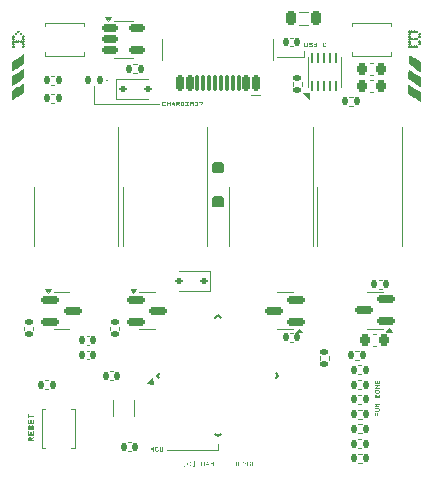
<source format=gbr>
%TF.GenerationSoftware,KiCad,Pcbnew,8.0.8*%
%TF.CreationDate,2025-06-11T13:00:22+01:00*%
%TF.ProjectId,Watch,57617463-682e-46b6-9963-61645f706362,rev?*%
%TF.SameCoordinates,Original*%
%TF.FileFunction,Legend,Top*%
%TF.FilePolarity,Positive*%
%FSLAX46Y46*%
G04 Gerber Fmt 4.6, Leading zero omitted, Abs format (unit mm)*
G04 Created by KiCad (PCBNEW 8.0.8) date 2025-06-11 13:00:22*
%MOMM*%
%LPD*%
G01*
G04 APERTURE LIST*
G04 Aperture macros list*
%AMRoundRect*
0 Rectangle with rounded corners*
0 $1 Rounding radius*
0 $2 $3 $4 $5 $6 $7 $8 $9 X,Y pos of 4 corners*
0 Add a 4 corners polygon primitive as box body*
4,1,4,$2,$3,$4,$5,$6,$7,$8,$9,$2,$3,0*
0 Add four circle primitives for the rounded corners*
1,1,$1+$1,$2,$3*
1,1,$1+$1,$4,$5*
1,1,$1+$1,$6,$7*
1,1,$1+$1,$8,$9*
0 Add four rect primitives between the rounded corners*
20,1,$1+$1,$2,$3,$4,$5,0*
20,1,$1+$1,$4,$5,$6,$7,0*
20,1,$1+$1,$6,$7,$8,$9,0*
20,1,$1+$1,$8,$9,$2,$3,0*%
%AMRotRect*
0 Rectangle, with rotation*
0 The origin of the aperture is its center*
0 $1 length*
0 $2 width*
0 $3 Rotation angle, in degrees counterclockwise*
0 Add horizontal line*
21,1,$1,$2,0,0,$3*%
G04 Aperture macros list end*
%ADD10C,0.100000*%
%ADD11C,0.300000*%
%ADD12C,0.200000*%
%ADD13C,0.112500*%
%ADD14C,0.080000*%
%ADD15C,0.120000*%
%ADD16C,0.000000*%
%ADD17C,0.150000*%
%ADD18RoundRect,0.135000X-0.135000X-0.185000X0.135000X-0.185000X0.135000X0.185000X-0.135000X0.185000X0*%
%ADD19RoundRect,0.140000X-0.140000X-0.170000X0.140000X-0.170000X0.140000X0.170000X-0.140000X0.170000X0*%
%ADD20R,0.900000X2.800000*%
%ADD21R,1.800000X1.000000*%
%ADD22RoundRect,0.140000X0.140000X0.170000X-0.140000X0.170000X-0.140000X-0.170000X0.140000X-0.170000X0*%
%ADD23O,1.000000X1.600000*%
%ADD24O,1.000000X2.100000*%
%ADD25RoundRect,0.150000X0.150000X0.500000X-0.150000X0.500000X-0.150000X-0.500000X0.150000X-0.500000X0*%
%ADD26RoundRect,0.075000X0.075000X0.575000X-0.075000X0.575000X-0.075000X-0.575000X0.075000X-0.575000X0*%
%ADD27C,0.650000*%
%ADD28RoundRect,0.135000X0.135000X0.185000X-0.135000X0.185000X-0.135000X-0.185000X0.135000X-0.185000X0*%
%ADD29RotRect,1.600000X0.550000X45.000000*%
%ADD30RotRect,1.600000X0.550000X135.000000*%
%ADD31R,0.900000X1.700000*%
%ADD32R,1.700000X0.900000*%
%ADD33RoundRect,0.150000X0.587500X0.150000X-0.587500X0.150000X-0.587500X-0.150000X0.587500X-0.150000X0*%
%ADD34RoundRect,0.225000X-0.225000X-0.250000X0.225000X-0.250000X0.225000X0.250000X-0.225000X0.250000X0*%
%ADD35R,2.000000X1.200000*%
%ADD36RoundRect,0.062500X0.062500X-0.350000X0.062500X0.350000X-0.062500X0.350000X-0.062500X-0.350000X0*%
%ADD37RoundRect,0.150000X-0.587500X-0.150000X0.587500X-0.150000X0.587500X0.150000X-0.587500X0.150000X0*%
%ADD38RoundRect,0.150000X-0.512500X-0.150000X0.512500X-0.150000X0.512500X0.150000X-0.512500X0.150000X0*%
%ADD39RoundRect,0.112500X0.187500X0.112500X-0.187500X0.112500X-0.187500X-0.112500X0.187500X-0.112500X0*%
%ADD40RoundRect,0.135000X0.185000X-0.135000X0.185000X0.135000X-0.185000X0.135000X-0.185000X-0.135000X0*%
%ADD41RoundRect,0.112500X-0.187500X-0.112500X0.187500X-0.112500X0.187500X0.112500X-0.187500X0.112500X0*%
%ADD42RoundRect,0.218750X-0.218750X-0.381250X0.218750X-0.381250X0.218750X0.381250X-0.218750X0.381250X0*%
%ADD43RoundRect,0.147500X0.147500X0.172500X-0.147500X0.172500X-0.147500X-0.172500X0.147500X-0.172500X0*%
G04 APERTURE END LIST*
D10*
X182500000Y-84500000D02*
X184750000Y-84500000D01*
X167000000Y-88500000D02*
X172500000Y-88500000D01*
X184750000Y-84500000D02*
X184750000Y-84000000D01*
X177500000Y-117750000D02*
X173200000Y-117750000D01*
X167000000Y-87000000D02*
X167000000Y-88500000D01*
X177500000Y-117250000D02*
X177500000Y-117750000D01*
D11*
G36*
X160608496Y-82478845D02*
G01*
X160538913Y-82455417D01*
X160495354Y-82391136D01*
X160491625Y-82362341D01*
X160515078Y-82292758D01*
X160579554Y-82249199D01*
X160608496Y-82245471D01*
X160682203Y-82272416D01*
X160722593Y-82339017D01*
X160725000Y-82362341D01*
X160698085Y-82436048D01*
X160631699Y-82476438D01*
X160608496Y-82478845D01*
G37*
G36*
X161145219Y-83628496D02*
G01*
X161118274Y-83702203D01*
X161051673Y-83742593D01*
X161028349Y-83745000D01*
X160954641Y-83718085D01*
X160914252Y-83651699D01*
X160911845Y-83628496D01*
X160935273Y-83558913D01*
X160999554Y-83515354D01*
X161028349Y-83511625D01*
X161097931Y-83535078D01*
X161141491Y-83599554D01*
X161145219Y-83628496D01*
G37*
G36*
X161145219Y-83417470D02*
G01*
X161118274Y-83491177D01*
X161051673Y-83531567D01*
X161028349Y-83533974D01*
X160954641Y-83507059D01*
X160914252Y-83440673D01*
X160911845Y-83417470D01*
X160935273Y-83347888D01*
X160999554Y-83304328D01*
X161028349Y-83300600D01*
X161097931Y-83324052D01*
X161141491Y-83388529D01*
X161145219Y-83417470D01*
G37*
G36*
X161145219Y-83206444D02*
G01*
X161118274Y-83280152D01*
X161051673Y-83320541D01*
X161028349Y-83322948D01*
X160954641Y-83296033D01*
X160914252Y-83229647D01*
X160911845Y-83206444D01*
X160935273Y-83136862D01*
X160999554Y-83093303D01*
X161028349Y-83089574D01*
X161097931Y-83113026D01*
X161141491Y-83177503D01*
X161145219Y-83206444D01*
G37*
G36*
X161145219Y-82995418D02*
G01*
X161118274Y-83069126D01*
X161051673Y-83109516D01*
X161028349Y-83111922D01*
X160954641Y-83085007D01*
X160914252Y-83018622D01*
X160911845Y-82995418D01*
X160935273Y-82925836D01*
X160999554Y-82882277D01*
X161028349Y-82878548D01*
X161097931Y-82902001D01*
X161141491Y-82966477D01*
X161145219Y-82995418D01*
G37*
G36*
X161145219Y-82784392D02*
G01*
X161118274Y-82858100D01*
X161051673Y-82898490D01*
X161028349Y-82900896D01*
X160954641Y-82873982D01*
X160914252Y-82807596D01*
X160911845Y-82784392D01*
X160935273Y-82714810D01*
X160999554Y-82671251D01*
X161028349Y-82667522D01*
X161097931Y-82690975D01*
X161141491Y-82755451D01*
X161145219Y-82784392D01*
G37*
G36*
X160935293Y-83206444D02*
G01*
X160908347Y-83280152D01*
X160841747Y-83320541D01*
X160818422Y-83322948D01*
X160744566Y-83296033D01*
X160703974Y-83229647D01*
X160701552Y-83206444D01*
X160725113Y-83136862D01*
X160789603Y-83093303D01*
X160818422Y-83089574D01*
X160888005Y-83113026D01*
X160931564Y-83177503D01*
X160935293Y-83206444D01*
G37*
G36*
X160935293Y-82573367D02*
G01*
X160908347Y-82647074D01*
X160841747Y-82687464D01*
X160818422Y-82689870D01*
X160744566Y-82662956D01*
X160703974Y-82596570D01*
X160701552Y-82573367D01*
X160725113Y-82503784D01*
X160789603Y-82460225D01*
X160818422Y-82456496D01*
X160888005Y-82479949D01*
X160931564Y-82544425D01*
X160935293Y-82573367D01*
G37*
G36*
X160725000Y-83206444D02*
G01*
X160698085Y-83280152D01*
X160631699Y-83320541D01*
X160608496Y-83322948D01*
X160538913Y-83299520D01*
X160495354Y-83235239D01*
X160491625Y-83206444D01*
X160515078Y-83136862D01*
X160579554Y-83093303D01*
X160608496Y-83089574D01*
X160682203Y-83116519D01*
X160722593Y-83183120D01*
X160725000Y-83206444D01*
G37*
G36*
X160515073Y-83206444D02*
G01*
X160488158Y-83280152D01*
X160421772Y-83320541D01*
X160398569Y-83322948D01*
X160328987Y-83299520D01*
X160285427Y-83235239D01*
X160281699Y-83206444D01*
X160305151Y-83136862D01*
X160369628Y-83093303D01*
X160398569Y-83089574D01*
X160472277Y-83116519D01*
X160512666Y-83183120D01*
X160515073Y-83206444D01*
G37*
G36*
X160515073Y-82573367D02*
G01*
X160488158Y-82647074D01*
X160421772Y-82687464D01*
X160398569Y-82689870D01*
X160328987Y-82666442D01*
X160285427Y-82602162D01*
X160281699Y-82573367D01*
X160305151Y-82503784D01*
X160369628Y-82460225D01*
X160398569Y-82456496D01*
X160472277Y-82483442D01*
X160512666Y-82550042D01*
X160515073Y-82573367D01*
G37*
G36*
X160305146Y-83628496D02*
G01*
X160278201Y-83702203D01*
X160211600Y-83742593D01*
X160188276Y-83745000D01*
X160114568Y-83718085D01*
X160074178Y-83651699D01*
X160071772Y-83628496D01*
X160095200Y-83558913D01*
X160159481Y-83515354D01*
X160188276Y-83511625D01*
X160257858Y-83535078D01*
X160301417Y-83599554D01*
X160305146Y-83628496D01*
G37*
G36*
X160305146Y-83417470D02*
G01*
X160278201Y-83491177D01*
X160211600Y-83531567D01*
X160188276Y-83533974D01*
X160114568Y-83507059D01*
X160074178Y-83440673D01*
X160071772Y-83417470D01*
X160095200Y-83347888D01*
X160159481Y-83304328D01*
X160188276Y-83300600D01*
X160257858Y-83324052D01*
X160301417Y-83388529D01*
X160305146Y-83417470D01*
G37*
G36*
X160305146Y-83206444D02*
G01*
X160278201Y-83280152D01*
X160211600Y-83320541D01*
X160188276Y-83322948D01*
X160114568Y-83296033D01*
X160074178Y-83229647D01*
X160071772Y-83206444D01*
X160095200Y-83136862D01*
X160159481Y-83093303D01*
X160188276Y-83089574D01*
X160257858Y-83113026D01*
X160301417Y-83177503D01*
X160305146Y-83206444D01*
G37*
G36*
X160305146Y-82995418D02*
G01*
X160278201Y-83069126D01*
X160211600Y-83109516D01*
X160188276Y-83111922D01*
X160114568Y-83085007D01*
X160074178Y-83018622D01*
X160071772Y-82995418D01*
X160095200Y-82925836D01*
X160159481Y-82882277D01*
X160188276Y-82878548D01*
X160257858Y-82902001D01*
X160301417Y-82966477D01*
X160305146Y-82995418D01*
G37*
G36*
X160305146Y-82784392D02*
G01*
X160278201Y-82858100D01*
X160211600Y-82898490D01*
X160188276Y-82900896D01*
X160114568Y-82873982D01*
X160074178Y-82807596D01*
X160071772Y-82784392D01*
X160095200Y-82714810D01*
X160159481Y-82671251D01*
X160188276Y-82667522D01*
X160257858Y-82690975D01*
X160301417Y-82755451D01*
X160305146Y-82784392D01*
G37*
D10*
G36*
X172088227Y-117544337D02*
G01*
X172097215Y-117550590D01*
X172100537Y-117559578D01*
X172100537Y-117920862D01*
X172097215Y-117929362D01*
X172088227Y-117933270D01*
X172035861Y-117933270D01*
X172027459Y-117929362D01*
X172023454Y-117920862D01*
X172023454Y-117680625D01*
X171977341Y-117753800D01*
X171969427Y-117761616D01*
X171958778Y-117764449D01*
X171933963Y-117764449D01*
X171923314Y-117761616D01*
X171915401Y-117753800D01*
X171868702Y-117680039D01*
X171868702Y-117920862D01*
X171865380Y-117929362D01*
X171856392Y-117933270D01*
X171804026Y-117933270D01*
X171795624Y-117929362D01*
X171791618Y-117920862D01*
X171791618Y-117559578D01*
X171795624Y-117550590D01*
X171804026Y-117544337D01*
X171856392Y-117544337D01*
X171860300Y-117544337D01*
X171865966Y-117550590D01*
X171874368Y-117557917D01*
X171946371Y-117682286D01*
X172018374Y-117557917D01*
X172026287Y-117550590D01*
X172030781Y-117546389D01*
X172035861Y-117544337D01*
X172088227Y-117544337D01*
G37*
G36*
X172425868Y-117658154D02*
G01*
X172417076Y-117654540D01*
X172413461Y-117645747D01*
X172413461Y-117641839D01*
X172407013Y-117625817D01*
X172390990Y-117619369D01*
X172281277Y-117619369D01*
X172265450Y-117626012D01*
X172259295Y-117642425D01*
X172259295Y-117833912D01*
X172265450Y-117850325D01*
X172281277Y-117856968D01*
X172390990Y-117856968D01*
X172407013Y-117850520D01*
X172413461Y-117834400D01*
X172413461Y-117830492D01*
X172417076Y-117821797D01*
X172425868Y-117818085D01*
X172478136Y-117818085D01*
X172486831Y-117821797D01*
X172490544Y-117830492D01*
X172490544Y-117834400D01*
X172488565Y-117854477D01*
X172482630Y-117872893D01*
X172472699Y-117890260D01*
X172461235Y-117903570D01*
X172445641Y-117915963D01*
X172429776Y-117924379D01*
X172409877Y-117930325D01*
X172390990Y-117932000D01*
X172281179Y-117932000D01*
X172261444Y-117930021D01*
X172242686Y-117924086D01*
X172224598Y-117914079D01*
X172210837Y-117902593D01*
X172198084Y-117886896D01*
X172189441Y-117870939D01*
X172183579Y-117852157D01*
X172181625Y-117831958D01*
X172181625Y-117644379D01*
X172183579Y-117624180D01*
X172189441Y-117605398D01*
X172199421Y-117587463D01*
X172210837Y-117573744D01*
X172226589Y-117560915D01*
X172242686Y-117552251D01*
X172261444Y-117546316D01*
X172281179Y-117544337D01*
X172390990Y-117544337D01*
X172411092Y-117546267D01*
X172429776Y-117552055D01*
X172447608Y-117561724D01*
X172461235Y-117572865D01*
X172474037Y-117588043D01*
X172482630Y-117603542D01*
X172488805Y-117623060D01*
X172490544Y-117641839D01*
X172490544Y-117645747D01*
X172486831Y-117654540D01*
X172478136Y-117658154D01*
X172425868Y-117658154D01*
G37*
G36*
X172670697Y-117932000D02*
G01*
X172650963Y-117930021D01*
X172632400Y-117924086D01*
X172614541Y-117914079D01*
X172600844Y-117902593D01*
X172588091Y-117886896D01*
X172579448Y-117870939D01*
X172573586Y-117852157D01*
X172571632Y-117831958D01*
X172571632Y-117556745D01*
X172575247Y-117548050D01*
X172584040Y-117544337D01*
X172636308Y-117544337D01*
X172645003Y-117548050D01*
X172648715Y-117556842D01*
X172648715Y-117834205D01*
X172655163Y-117850422D01*
X172670697Y-117856968D01*
X172780997Y-117856968D01*
X172796727Y-117850422D01*
X172802979Y-117834205D01*
X172802979Y-117556842D01*
X172806594Y-117548050D01*
X172815387Y-117544337D01*
X172868143Y-117544337D01*
X172876838Y-117548050D01*
X172880551Y-117556745D01*
X172880551Y-117831958D01*
X172878572Y-117852157D01*
X172872637Y-117870939D01*
X172862706Y-117888874D01*
X172851242Y-117902593D01*
X172835566Y-117915422D01*
X172819490Y-117924086D01*
X172800732Y-117930021D01*
X172780997Y-117932000D01*
X172670697Y-117932000D01*
G37*
D12*
G36*
X177182484Y-97250000D02*
G01*
X177072575Y-97209699D01*
X177027390Y-97105896D01*
X177027390Y-96462316D01*
X177072575Y-96357292D01*
X177182484Y-96312107D01*
X177843161Y-96312107D01*
X177951849Y-96357292D01*
X177998255Y-96462316D01*
X177998255Y-97105896D01*
X177951849Y-97209699D01*
X177843161Y-97250000D01*
X177182484Y-97250000D01*
G37*
G36*
X177182484Y-94358164D02*
G01*
X177072575Y-94314200D01*
X177027390Y-94207955D01*
X177027390Y-93564375D01*
X177072575Y-93461793D01*
X177182484Y-93420272D01*
X177843161Y-93420272D01*
X177951849Y-93461793D01*
X177998255Y-93564375D01*
X177998255Y-94207955D01*
X177951849Y-94314200D01*
X177843161Y-94358164D01*
X177182484Y-94358164D01*
G37*
D13*
G36*
X161619748Y-116682479D02*
G01*
X161635708Y-116686828D01*
X161658491Y-116697170D01*
X161670879Y-116705390D01*
X161688806Y-116722115D01*
X161697868Y-116733844D01*
X161709717Y-116755693D01*
X161714720Y-116769992D01*
X161898269Y-116687194D01*
X161908161Y-116687194D01*
X161912313Y-116696231D01*
X161912313Y-116771458D01*
X161908161Y-116783792D01*
X161898269Y-116792585D01*
X161719605Y-116873429D01*
X161719605Y-116969172D01*
X161896803Y-116969172D01*
X161907794Y-116973813D01*
X161912313Y-116984682D01*
X161912313Y-117050749D01*
X161907794Y-117061740D01*
X161896803Y-117066259D01*
X161445809Y-117066259D01*
X161435062Y-117061740D01*
X161430422Y-117050749D01*
X161430422Y-116804553D01*
X161524211Y-116804553D01*
X161524211Y-116969172D01*
X161625816Y-116969172D01*
X161625816Y-116804553D01*
X161617390Y-116784525D01*
X161596385Y-116776465D01*
X161553642Y-116776465D01*
X161532759Y-116784525D01*
X161524211Y-116804553D01*
X161430422Y-116804553D01*
X161432895Y-116779426D01*
X161440314Y-116756070D01*
X161452693Y-116733781D01*
X161466936Y-116716747D01*
X161486427Y-116700745D01*
X161506259Y-116690003D01*
X161529584Y-116682584D01*
X161554619Y-116680111D01*
X161595408Y-116680111D01*
X161619748Y-116682479D01*
G37*
G36*
X161509801Y-116200296D02*
G01*
X161520181Y-116204570D01*
X161524211Y-116215072D01*
X161524211Y-116475313D01*
X161625816Y-116475313D01*
X161625816Y-116239619D01*
X161629968Y-116228872D01*
X161640226Y-116224232D01*
X161704584Y-116224232D01*
X161715209Y-116228872D01*
X161719605Y-116239619D01*
X161719605Y-116475313D01*
X161821210Y-116475313D01*
X161821210Y-116215072D01*
X161825729Y-116204570D01*
X161836231Y-116200296D01*
X161899979Y-116200296D01*
X161910603Y-116204570D01*
X161915000Y-116215072D01*
X161915000Y-116556890D01*
X161910481Y-116567515D01*
X161899490Y-116571667D01*
X161445931Y-116571667D01*
X161435062Y-116567515D01*
X161430422Y-116556890D01*
X161430422Y-116215072D01*
X161434940Y-116204570D01*
X161445443Y-116200296D01*
X161509801Y-116200296D01*
G37*
G36*
X161572693Y-115787037D02*
G01*
X161568175Y-115798028D01*
X161557184Y-115802546D01*
X161552299Y-115802546D01*
X161532271Y-115810362D01*
X161524211Y-115830024D01*
X161524211Y-115967899D01*
X161532759Y-115987316D01*
X161553642Y-115995376D01*
X161596385Y-115995376D01*
X161617390Y-115987316D01*
X161625816Y-115967899D01*
X161625816Y-115830024D01*
X161628289Y-115805447D01*
X161635708Y-115782274D01*
X161648122Y-115759890D01*
X161662452Y-115742829D01*
X161681978Y-115726827D01*
X161701898Y-115716084D01*
X161726565Y-115708366D01*
X161749647Y-115706192D01*
X161790436Y-115706192D01*
X161815593Y-115708665D01*
X161839040Y-115716084D01*
X161861364Y-115728498D01*
X161878485Y-115742829D01*
X161894427Y-115762355D01*
X161905230Y-115782274D01*
X161912853Y-115806942D01*
X161915000Y-115830024D01*
X161915000Y-115967899D01*
X161912618Y-115992506D01*
X161905474Y-116015770D01*
X161893328Y-116038094D01*
X161879462Y-116055216D01*
X161860429Y-116071157D01*
X161841116Y-116081960D01*
X161816588Y-116089583D01*
X161793000Y-116091730D01*
X161788115Y-116091730D01*
X161777247Y-116087211D01*
X161772606Y-116076220D01*
X161772606Y-116010885D01*
X161777247Y-116000017D01*
X161788115Y-115995376D01*
X161793000Y-115995376D01*
X161813150Y-115987316D01*
X161821210Y-115967899D01*
X161821210Y-115830024D01*
X161812662Y-115810362D01*
X161791535Y-115802546D01*
X161748548Y-115802546D01*
X161727787Y-115810362D01*
X161719605Y-115830024D01*
X161719605Y-115967899D01*
X161717163Y-115992506D01*
X161709836Y-116015770D01*
X161697361Y-116038094D01*
X161683091Y-116055216D01*
X161663530Y-116071157D01*
X161643524Y-116081960D01*
X161620076Y-116089287D01*
X161595408Y-116091730D01*
X161554619Y-116091730D01*
X161529584Y-116089287D01*
X161506259Y-116081960D01*
X161483970Y-116069485D01*
X161466936Y-116055216D01*
X161451029Y-116035629D01*
X161440314Y-116015770D01*
X161432595Y-115991008D01*
X161430422Y-115967899D01*
X161430422Y-115830024D01*
X161432834Y-115805447D01*
X161440069Y-115782274D01*
X161452155Y-115759890D01*
X161466081Y-115742829D01*
X161485054Y-115726827D01*
X161504427Y-115716084D01*
X161528825Y-115708366D01*
X161552299Y-115706192D01*
X161557184Y-115706192D01*
X161568175Y-115710467D01*
X161572693Y-115720969D01*
X161572693Y-115787037D01*
G37*
G36*
X161509801Y-115225767D02*
G01*
X161520181Y-115230041D01*
X161524211Y-115240543D01*
X161524211Y-115500784D01*
X161625816Y-115500784D01*
X161625816Y-115265090D01*
X161629968Y-115254343D01*
X161640226Y-115249703D01*
X161704584Y-115249703D01*
X161715209Y-115254343D01*
X161719605Y-115265090D01*
X161719605Y-115500784D01*
X161821210Y-115500784D01*
X161821210Y-115240543D01*
X161825729Y-115230041D01*
X161836231Y-115225767D01*
X161899979Y-115225767D01*
X161910603Y-115230041D01*
X161915000Y-115240543D01*
X161915000Y-115582361D01*
X161910481Y-115592986D01*
X161899490Y-115597138D01*
X161445931Y-115597138D01*
X161435062Y-115592986D01*
X161430422Y-115582361D01*
X161430422Y-115240543D01*
X161434940Y-115230041D01*
X161445443Y-115225767D01*
X161509801Y-115225767D01*
G37*
G36*
X161430422Y-114746440D02*
G01*
X161434940Y-114735571D01*
X161445443Y-114731053D01*
X161509801Y-114731053D01*
X161520181Y-114735571D01*
X161524211Y-114746440D01*
X161524211Y-114875889D01*
X161894849Y-114875889D01*
X161905840Y-114880530D01*
X161910359Y-114891398D01*
X161910359Y-114957466D01*
X161905840Y-114968091D01*
X161894849Y-114972243D01*
X161524211Y-114972243D01*
X161524211Y-115101691D01*
X161520181Y-115112682D01*
X161509801Y-115117201D01*
X161445443Y-115117201D01*
X161434940Y-115112682D01*
X161430422Y-115101691D01*
X161430422Y-114746440D01*
G37*
D14*
G36*
X173035861Y-88408154D02*
G01*
X173027069Y-88404540D01*
X173023454Y-88395747D01*
X173023454Y-88391839D01*
X173017006Y-88375817D01*
X173000983Y-88369369D01*
X172891270Y-88369369D01*
X172875443Y-88376012D01*
X172869288Y-88392425D01*
X172869288Y-88583912D01*
X172875443Y-88600325D01*
X172891270Y-88606968D01*
X173000983Y-88606968D01*
X173017006Y-88600520D01*
X173023454Y-88584400D01*
X173023454Y-88580492D01*
X173027069Y-88571797D01*
X173035861Y-88568085D01*
X173088129Y-88568085D01*
X173096824Y-88571797D01*
X173100537Y-88580492D01*
X173100537Y-88584400D01*
X173098558Y-88604477D01*
X173092623Y-88622893D01*
X173082692Y-88640260D01*
X173071228Y-88653570D01*
X173055635Y-88665963D01*
X173039769Y-88674379D01*
X173019870Y-88680325D01*
X173000983Y-88682000D01*
X172891172Y-88682000D01*
X172871437Y-88680021D01*
X172852679Y-88674086D01*
X172834591Y-88664079D01*
X172820830Y-88652593D01*
X172808077Y-88636896D01*
X172799434Y-88620939D01*
X172793572Y-88602157D01*
X172791618Y-88581958D01*
X172791618Y-88394379D01*
X172793572Y-88374180D01*
X172799434Y-88355398D01*
X172809414Y-88337463D01*
X172820830Y-88323744D01*
X172836582Y-88310915D01*
X172852679Y-88302251D01*
X172871437Y-88296316D01*
X172891172Y-88294337D01*
X173000983Y-88294337D01*
X173021085Y-88296267D01*
X173039769Y-88302055D01*
X173057601Y-88311724D01*
X173071228Y-88322865D01*
X173084030Y-88338043D01*
X173092623Y-88353542D01*
X173098798Y-88373060D01*
X173100537Y-88391839D01*
X173100537Y-88395747D01*
X173096824Y-88404540D01*
X173088129Y-88408154D01*
X173035861Y-88408154D01*
G37*
G36*
X173412972Y-88306842D02*
G01*
X173416587Y-88298050D01*
X173425380Y-88294337D01*
X173478234Y-88294337D01*
X173486636Y-88298050D01*
X173490055Y-88306647D01*
X173490055Y-88667443D01*
X173486636Y-88676235D01*
X173478234Y-88679850D01*
X173425380Y-88679850D01*
X173416587Y-88676235D01*
X173412972Y-88667443D01*
X173412972Y-88525684D01*
X173258709Y-88525684D01*
X173258709Y-88667443D01*
X173254996Y-88676235D01*
X173246301Y-88679850D01*
X173193447Y-88679850D01*
X173184947Y-88676235D01*
X173181625Y-88667443D01*
X173181625Y-88306647D01*
X173184947Y-88298050D01*
X173193447Y-88294337D01*
X173246301Y-88294337D01*
X173254996Y-88298050D01*
X173258709Y-88306842D01*
X173258709Y-88450653D01*
X173412972Y-88450653D01*
X173412972Y-88306842D01*
G37*
G36*
X173788129Y-88297757D02*
G01*
X173794675Y-88305768D01*
X173875666Y-88509564D01*
X173878695Y-88521288D01*
X173880160Y-88533500D01*
X173880160Y-88671644D01*
X173876448Y-88680436D01*
X173867752Y-88684051D01*
X173814996Y-88684051D01*
X173806203Y-88680436D01*
X173802588Y-88671644D01*
X173802588Y-88606968D01*
X173648325Y-88606968D01*
X173648325Y-88671644D01*
X173644612Y-88680436D01*
X173635917Y-88684051D01*
X173583649Y-88684051D01*
X173574856Y-88680436D01*
X173571242Y-88671644D01*
X173571242Y-88533500D01*
X173571417Y-88531937D01*
X173651158Y-88531937D01*
X173799755Y-88531937D01*
X173737815Y-88369369D01*
X173713098Y-88369369D01*
X173651158Y-88531937D01*
X173571417Y-88531937D01*
X173572609Y-88521288D01*
X173575736Y-88509564D01*
X173656238Y-88305768D01*
X173663272Y-88297757D01*
X173673042Y-88294337D01*
X173778360Y-88294337D01*
X173788129Y-88297757D01*
G37*
G36*
X174190715Y-88296316D02*
G01*
X174209399Y-88302251D01*
X174227231Y-88312154D01*
X174240858Y-88323549D01*
X174253660Y-88339142D01*
X174262254Y-88355007D01*
X174268189Y-88373667D01*
X174270167Y-88393695D01*
X174270167Y-88426326D01*
X174268273Y-88445799D01*
X174264794Y-88458566D01*
X174256520Y-88476793D01*
X174249944Y-88486703D01*
X174236564Y-88501045D01*
X174227180Y-88508294D01*
X174209702Y-88517774D01*
X174198262Y-88521776D01*
X174264501Y-88668615D01*
X174264501Y-88676528D01*
X174257271Y-88679850D01*
X174197090Y-88679850D01*
X174187222Y-88676528D01*
X174180188Y-88668615D01*
X174115512Y-88525684D01*
X174038918Y-88525684D01*
X174038918Y-88667443D01*
X174035205Y-88676235D01*
X174026510Y-88679850D01*
X173973656Y-88679850D01*
X173964863Y-88676235D01*
X173961249Y-88667443D01*
X173961249Y-88450653D01*
X174038918Y-88450653D01*
X174170614Y-88450653D01*
X174186636Y-88443912D01*
X174193084Y-88427108D01*
X174193084Y-88392914D01*
X174186636Y-88376207D01*
X174170614Y-88369369D01*
X174038918Y-88369369D01*
X174038918Y-88450653D01*
X173961249Y-88450653D01*
X173961249Y-88306647D01*
X173964863Y-88298050D01*
X173973656Y-88294337D01*
X174170614Y-88294337D01*
X174190715Y-88296316D01*
G37*
G36*
X174582602Y-88391839D02*
G01*
X174576057Y-88375817D01*
X174560621Y-88369369D01*
X174450321Y-88369369D01*
X174434787Y-88376012D01*
X174428339Y-88392425D01*
X174428339Y-88583912D01*
X174434787Y-88600325D01*
X174450321Y-88606968D01*
X174560621Y-88606968D01*
X174576057Y-88600129D01*
X174582602Y-88583228D01*
X174582602Y-88525684D01*
X174517829Y-88525684D01*
X174509036Y-88522167D01*
X174505422Y-88513667D01*
X174505422Y-88462181D01*
X174509036Y-88453974D01*
X174517829Y-88450653D01*
X174647864Y-88450653D01*
X174656266Y-88454072D01*
X174659685Y-88462474D01*
X174659685Y-88582348D01*
X174657707Y-88602474D01*
X174651772Y-88621232D01*
X174641841Y-88639091D01*
X174630376Y-88652788D01*
X174614756Y-88665541D01*
X174598820Y-88674184D01*
X174579086Y-88680282D01*
X174560621Y-88682000D01*
X174450321Y-88682000D01*
X174430635Y-88680021D01*
X174412023Y-88674086D01*
X174394164Y-88664079D01*
X174380467Y-88652593D01*
X174367714Y-88636896D01*
X174359071Y-88620939D01*
X174353210Y-88602157D01*
X174351256Y-88581958D01*
X174351256Y-88394379D01*
X174353210Y-88374180D01*
X174359071Y-88355398D01*
X174369051Y-88337463D01*
X174380467Y-88323744D01*
X174396136Y-88310915D01*
X174412023Y-88302251D01*
X174431833Y-88296076D01*
X174450321Y-88294337D01*
X174560621Y-88294337D01*
X174580282Y-88296267D01*
X174598820Y-88302055D01*
X174616728Y-88311724D01*
X174630376Y-88322865D01*
X174643178Y-88338043D01*
X174651772Y-88353542D01*
X174657947Y-88373060D01*
X174659685Y-88391839D01*
X174659685Y-88395747D01*
X174656266Y-88404540D01*
X174647864Y-88408154D01*
X174595010Y-88408154D01*
X174586217Y-88404540D01*
X174582602Y-88395747D01*
X174582602Y-88391839D01*
G37*
G36*
X175042561Y-88357840D02*
G01*
X175038848Y-88366145D01*
X175030153Y-88369369D01*
X174933921Y-88369369D01*
X174933921Y-88606968D01*
X175030153Y-88606968D01*
X175038848Y-88610583D01*
X175042561Y-88618985D01*
X175042561Y-88669983D01*
X175038848Y-88678482D01*
X175030153Y-88682000D01*
X174761193Y-88682000D01*
X174752400Y-88678482D01*
X174748785Y-88669983D01*
X174748785Y-88618985D01*
X174752400Y-88610583D01*
X174761193Y-88606968D01*
X174856838Y-88606968D01*
X174856838Y-88369369D01*
X174761193Y-88369369D01*
X174752400Y-88366145D01*
X174748785Y-88357840D01*
X174748785Y-88306354D01*
X174752400Y-88297952D01*
X174761193Y-88294337D01*
X175030153Y-88294337D01*
X175038848Y-88297952D01*
X175042561Y-88306354D01*
X175042561Y-88357840D01*
G37*
G36*
X175362226Y-88306647D02*
G01*
X175365840Y-88298050D01*
X175374633Y-88294337D01*
X175427390Y-88294337D01*
X175436085Y-88298050D01*
X175439797Y-88306647D01*
X175439797Y-88667931D01*
X175436085Y-88676724D01*
X175427390Y-88680339D01*
X175374633Y-88680339D01*
X175365840Y-88676724D01*
X175362226Y-88667931D01*
X175362226Y-88536235D01*
X175207962Y-88397799D01*
X175207962Y-88667931D01*
X175204249Y-88676724D01*
X175195554Y-88680339D01*
X175143286Y-88680339D01*
X175134494Y-88676724D01*
X175130879Y-88667931D01*
X175130879Y-88306647D01*
X175134494Y-88298050D01*
X175143286Y-88294337D01*
X175195652Y-88294337D01*
X175206789Y-88296877D01*
X175217048Y-88302739D01*
X175362226Y-88432774D01*
X175362226Y-88306647D01*
G37*
G36*
X175752233Y-88391839D02*
G01*
X175745687Y-88375817D01*
X175730251Y-88369369D01*
X175619951Y-88369369D01*
X175604417Y-88376012D01*
X175597969Y-88392425D01*
X175597969Y-88583912D01*
X175604417Y-88600325D01*
X175619951Y-88606968D01*
X175730251Y-88606968D01*
X175745687Y-88600129D01*
X175752233Y-88583228D01*
X175752233Y-88525684D01*
X175687459Y-88525684D01*
X175678667Y-88522167D01*
X175675052Y-88513667D01*
X175675052Y-88462181D01*
X175678667Y-88453974D01*
X175687459Y-88450653D01*
X175817494Y-88450653D01*
X175825896Y-88454072D01*
X175829316Y-88462474D01*
X175829316Y-88582348D01*
X175827337Y-88602474D01*
X175821402Y-88621232D01*
X175811471Y-88639091D01*
X175800006Y-88652788D01*
X175784386Y-88665541D01*
X175768450Y-88674184D01*
X175748716Y-88680282D01*
X175730251Y-88682000D01*
X175619951Y-88682000D01*
X175600265Y-88680021D01*
X175581653Y-88674086D01*
X175563794Y-88664079D01*
X175550097Y-88652593D01*
X175537344Y-88636896D01*
X175528702Y-88620939D01*
X175522840Y-88602157D01*
X175520886Y-88581958D01*
X175520886Y-88394379D01*
X175522840Y-88374180D01*
X175528702Y-88355398D01*
X175538681Y-88337463D01*
X175550097Y-88323744D01*
X175565767Y-88310915D01*
X175581653Y-88302251D01*
X175601464Y-88296076D01*
X175619951Y-88294337D01*
X175730251Y-88294337D01*
X175749912Y-88296267D01*
X175768450Y-88302055D01*
X175786358Y-88311724D01*
X175800006Y-88322865D01*
X175812808Y-88338043D01*
X175821402Y-88353542D01*
X175827577Y-88373060D01*
X175829316Y-88391839D01*
X175829316Y-88395747D01*
X175825896Y-88404540D01*
X175817494Y-88408154D01*
X175764640Y-88408154D01*
X175755847Y-88404540D01*
X175752233Y-88395747D01*
X175752233Y-88391839D01*
G37*
G36*
X176091730Y-88606968D02*
G01*
X176100132Y-88610583D01*
X176103551Y-88618985D01*
X176103551Y-88669983D01*
X176100132Y-88678482D01*
X176091730Y-88682000D01*
X176038876Y-88682000D01*
X176030083Y-88678482D01*
X176026468Y-88669983D01*
X176026468Y-88618985D01*
X176030083Y-88610583D01*
X176038876Y-88606968D01*
X176091730Y-88606968D01*
G37*
G36*
X175922909Y-88407568D02*
G01*
X175914117Y-88403953D01*
X175910502Y-88395161D01*
X175910502Y-88391253D01*
X175912456Y-88371665D01*
X175918318Y-88353346D01*
X175928297Y-88335881D01*
X175939713Y-88322669D01*
X175955466Y-88310304D01*
X175971563Y-88301958D01*
X175990321Y-88296242D01*
X176010055Y-88294337D01*
X176119867Y-88294337D01*
X176139968Y-88296316D01*
X176158653Y-88302251D01*
X176176484Y-88312154D01*
X176190111Y-88323549D01*
X176202913Y-88339121D01*
X176211507Y-88355105D01*
X176217442Y-88373789D01*
X176219420Y-88393500D01*
X176219420Y-88425935D01*
X176217352Y-88446248D01*
X176212093Y-88463256D01*
X176202791Y-88480699D01*
X176192065Y-88494030D01*
X176176434Y-88507353D01*
X176162267Y-88515621D01*
X176143523Y-88522480D01*
X176126022Y-88525098D01*
X176125533Y-88525098D01*
X176124947Y-88525098D01*
X176109706Y-88531546D01*
X176103551Y-88546982D01*
X176103551Y-88551476D01*
X176100132Y-88559878D01*
X176091730Y-88563200D01*
X176038876Y-88563200D01*
X176030083Y-88559976D01*
X176026468Y-88551672D01*
X176026468Y-88547275D01*
X176028536Y-88527377D01*
X176033796Y-88510736D01*
X176043708Y-88492674D01*
X176053726Y-88480548D01*
X176069312Y-88467616D01*
X176083230Y-88459739D01*
X176101988Y-88453184D01*
X176119867Y-88450653D01*
X176120942Y-88450653D01*
X176136085Y-88443521D01*
X176142337Y-88426912D01*
X176142337Y-88392523D01*
X176135889Y-88375914D01*
X176119867Y-88369369D01*
X176010153Y-88369369D01*
X175994326Y-88375524D01*
X175988171Y-88391253D01*
X175988171Y-88395161D01*
X175984459Y-88403953D01*
X175975764Y-88407568D01*
X175922909Y-88407568D01*
G37*
D10*
G36*
X190857840Y-114649462D02*
G01*
X190866145Y-114653077D01*
X190869369Y-114661772D01*
X190869369Y-114872212D01*
X190950653Y-114872212D01*
X190950653Y-114680921D01*
X190953974Y-114672226D01*
X190962181Y-114668513D01*
X191013667Y-114668513D01*
X191022167Y-114672226D01*
X191025684Y-114680921D01*
X191025684Y-114872212D01*
X191169494Y-114872212D01*
X191178287Y-114875924D01*
X191182000Y-114884619D01*
X191182000Y-114937473D01*
X191178385Y-114946266D01*
X191169592Y-114949881D01*
X190806745Y-114949881D01*
X190798050Y-114946266D01*
X190794337Y-114937473D01*
X190794337Y-114661772D01*
X190797952Y-114653077D01*
X190806354Y-114649462D01*
X190857840Y-114649462D01*
G37*
G36*
X191182000Y-114469309D02*
G01*
X191180021Y-114489043D01*
X191174086Y-114507606D01*
X191164079Y-114525465D01*
X191152593Y-114539162D01*
X191136896Y-114551915D01*
X191120939Y-114560558D01*
X191102157Y-114566420D01*
X191081958Y-114568374D01*
X190806745Y-114568374D01*
X190798050Y-114564759D01*
X190794337Y-114555966D01*
X190794337Y-114503698D01*
X190798050Y-114495003D01*
X190806842Y-114491290D01*
X191084205Y-114491290D01*
X191100422Y-114484842D01*
X191106968Y-114469309D01*
X191106968Y-114359009D01*
X191100422Y-114343279D01*
X191084205Y-114337027D01*
X190806842Y-114337027D01*
X190798050Y-114333412D01*
X190794337Y-114324619D01*
X190794337Y-114271863D01*
X190798050Y-114263168D01*
X190806745Y-114259455D01*
X191081958Y-114259455D01*
X191102157Y-114261434D01*
X191120939Y-114267369D01*
X191138874Y-114277300D01*
X191152593Y-114288764D01*
X191165422Y-114304440D01*
X191174086Y-114320516D01*
X191180021Y-114339274D01*
X191182000Y-114359009D01*
X191182000Y-114469309D01*
G37*
G36*
X190806647Y-113947020D02*
G01*
X190798050Y-113943405D01*
X190794337Y-113934612D01*
X190794337Y-113881856D01*
X190798050Y-113873161D01*
X190806647Y-113869448D01*
X191167931Y-113869448D01*
X191176724Y-113873161D01*
X191180339Y-113881856D01*
X191180339Y-113934612D01*
X191176724Y-113943405D01*
X191167931Y-113947020D01*
X191036235Y-113947020D01*
X190897799Y-114101284D01*
X191167931Y-114101284D01*
X191176724Y-114104996D01*
X191180339Y-114113691D01*
X191180339Y-114165959D01*
X191176724Y-114174752D01*
X191167931Y-114178367D01*
X190806647Y-114178367D01*
X190798050Y-114174752D01*
X190794337Y-114165959D01*
X190794337Y-114113593D01*
X190796877Y-114102456D01*
X190802739Y-114092198D01*
X190932774Y-113947020D01*
X190806647Y-113947020D01*
G37*
G36*
X191182000Y-113112882D02*
G01*
X191182000Y-113375589D01*
X191178580Y-113384382D01*
X191169983Y-113387997D01*
X191046787Y-113387997D01*
X191036040Y-113384968D01*
X191027443Y-113377348D01*
X190894477Y-113177557D01*
X190869369Y-113177557D01*
X190869369Y-113375589D01*
X190865852Y-113384382D01*
X190857450Y-113387997D01*
X190806256Y-113387997D01*
X190797854Y-113384382D01*
X190794337Y-113375589D01*
X190794337Y-113112882D01*
X190798050Y-113104187D01*
X190806842Y-113100474D01*
X190929843Y-113100474D01*
X190940394Y-113103307D01*
X190948699Y-113110635D01*
X191081958Y-113310327D01*
X191106968Y-113310327D01*
X191106968Y-113112882D01*
X191110583Y-113104187D01*
X191118985Y-113100474D01*
X191170471Y-113100474D01*
X191178775Y-113104187D01*
X191182000Y-113112882D01*
G37*
G36*
X191102205Y-112701796D02*
G01*
X191120939Y-112707732D01*
X191138874Y-112717663D01*
X191152593Y-112729127D01*
X191165422Y-112744720D01*
X191174086Y-112760586D01*
X191180021Y-112779270D01*
X191182000Y-112799371D01*
X191182000Y-112909183D01*
X191180021Y-112929284D01*
X191174086Y-112947969D01*
X191164079Y-112965828D01*
X191152593Y-112979525D01*
X191136896Y-112992278D01*
X191120939Y-113000921D01*
X191102205Y-113006782D01*
X191082348Y-113008736D01*
X190893988Y-113008736D01*
X190874156Y-113006782D01*
X190855496Y-113000921D01*
X190837484Y-112990941D01*
X190823744Y-112979525D01*
X190810915Y-112963856D01*
X190802251Y-112947969D01*
X190796316Y-112929284D01*
X190794337Y-112909183D01*
X190794337Y-112799371D01*
X190869369Y-112799371D01*
X190869369Y-112909183D01*
X190875719Y-112925205D01*
X190891937Y-112931653D01*
X191084400Y-112931653D01*
X191100618Y-112925205D01*
X191106968Y-112909183D01*
X191106968Y-112799371D01*
X191100618Y-112783349D01*
X191084400Y-112776901D01*
X190891937Y-112776901D01*
X190875719Y-112783349D01*
X190869369Y-112799371D01*
X190794337Y-112799371D01*
X190796316Y-112779270D01*
X190802251Y-112760586D01*
X190812258Y-112742754D01*
X190823744Y-112729127D01*
X190839469Y-112716325D01*
X190855496Y-112707732D01*
X190874156Y-112701796D01*
X190893988Y-112699818D01*
X191082348Y-112699818D01*
X191102205Y-112701796D01*
G37*
G36*
X190806647Y-112387383D02*
G01*
X190798050Y-112383768D01*
X190794337Y-112374975D01*
X190794337Y-112322219D01*
X190798050Y-112313524D01*
X190806647Y-112309811D01*
X191167931Y-112309811D01*
X191176724Y-112313524D01*
X191180339Y-112322219D01*
X191180339Y-112374975D01*
X191176724Y-112383768D01*
X191167931Y-112387383D01*
X191036235Y-112387383D01*
X190897799Y-112541646D01*
X191167931Y-112541646D01*
X191176724Y-112545359D01*
X191180339Y-112554054D01*
X191180339Y-112606322D01*
X191176724Y-112615115D01*
X191167931Y-112618729D01*
X190806647Y-112618729D01*
X190798050Y-112615115D01*
X190794337Y-112606322D01*
X190794337Y-112553956D01*
X190796877Y-112542819D01*
X190802739Y-112532561D01*
X190932774Y-112387383D01*
X190806647Y-112387383D01*
G37*
G36*
X190857840Y-111925959D02*
G01*
X190866145Y-111929378D01*
X190869369Y-111937780D01*
X190869369Y-112145973D01*
X190950653Y-112145973D01*
X190950653Y-111957418D01*
X190953974Y-111948820D01*
X190962181Y-111945108D01*
X191013667Y-111945108D01*
X191022167Y-111948820D01*
X191025684Y-111957418D01*
X191025684Y-112145973D01*
X191106968Y-112145973D01*
X191106968Y-111937780D01*
X191110583Y-111929378D01*
X191118985Y-111925959D01*
X191169983Y-111925959D01*
X191178482Y-111929378D01*
X191182000Y-111937780D01*
X191182000Y-112211235D01*
X191178385Y-112219734D01*
X191169592Y-112223056D01*
X190806745Y-112223056D01*
X190798050Y-112219734D01*
X190794337Y-112211235D01*
X190794337Y-111937780D01*
X190797952Y-111929378D01*
X190806354Y-111925959D01*
X190857840Y-111925959D01*
G37*
G36*
X174611542Y-119220612D02*
G01*
X174611542Y-118723725D01*
X174614083Y-118718058D01*
X174619456Y-118715811D01*
X174735813Y-118715811D01*
X174743727Y-118723920D01*
X174743727Y-118751471D01*
X174741480Y-118757039D01*
X174735813Y-118759579D01*
X174654236Y-118759579D01*
X174654236Y-119184757D01*
X174735813Y-119184757D01*
X174743727Y-119192964D01*
X174743727Y-119220319D01*
X174735813Y-119228526D01*
X174619456Y-119228526D01*
X174614083Y-119226279D01*
X174611542Y-119220612D01*
G37*
G36*
X175212184Y-118889028D02*
G01*
X175204271Y-118897137D01*
X175177307Y-118897137D01*
X175169393Y-118889028D01*
X175169393Y-118861966D01*
X175164501Y-118843022D01*
X175157572Y-118833634D01*
X175140638Y-118823468D01*
X175130021Y-118822106D01*
X175004480Y-118822106D01*
X174985128Y-118827070D01*
X174976637Y-118833634D01*
X174966471Y-118850826D01*
X174965108Y-118861478D01*
X174965108Y-119082859D01*
X174970073Y-119102212D01*
X174976637Y-119110703D01*
X174993829Y-119120869D01*
X175004480Y-119122231D01*
X175130021Y-119122231D01*
X175149247Y-119117393D01*
X175157572Y-119110996D01*
X175167732Y-119093852D01*
X175169393Y-119082957D01*
X175169393Y-119055309D01*
X175171640Y-119049838D01*
X175177307Y-119047200D01*
X175204271Y-119047200D01*
X175209937Y-119049838D01*
X175212184Y-119055309D01*
X175212184Y-119082957D01*
X175209808Y-119102699D01*
X175205443Y-119115295D01*
X175195338Y-119132529D01*
X175187662Y-119141478D01*
X175172420Y-119153728D01*
X175161773Y-119159356D01*
X175142409Y-119165065D01*
X175130021Y-119166000D01*
X175004480Y-119166000D01*
X174984117Y-119163481D01*
X174972631Y-119159551D01*
X174955557Y-119149614D01*
X174946741Y-119141966D01*
X174934315Y-119125667D01*
X174929351Y-119115685D01*
X174923810Y-119095948D01*
X174922903Y-119083445D01*
X174922903Y-118860891D01*
X174925176Y-118841428D01*
X174929351Y-118828944D01*
X174939167Y-118811626D01*
X174946741Y-118802664D01*
X174962029Y-118790406D01*
X174972631Y-118784883D01*
X174992079Y-118779258D01*
X175004480Y-118778337D01*
X175130021Y-118778337D01*
X175150347Y-118780932D01*
X175161773Y-118784981D01*
X175178893Y-118795079D01*
X175187662Y-118802859D01*
X175199783Y-118818506D01*
X175205443Y-118829433D01*
X175211072Y-118848255D01*
X175212184Y-118861966D01*
X175212184Y-118889028D01*
G37*
G36*
X175391166Y-119220319D02*
G01*
X175391166Y-119192964D01*
X175393706Y-119187102D01*
X175399079Y-119184757D01*
X175480558Y-119184757D01*
X175480558Y-118759579D01*
X175399079Y-118759579D01*
X175393706Y-118757039D01*
X175391166Y-118751471D01*
X175391166Y-118723920D01*
X175393706Y-118718156D01*
X175399079Y-118715811D01*
X175515436Y-118715811D01*
X175523350Y-118723725D01*
X175523350Y-119220612D01*
X175515436Y-119228526D01*
X175399079Y-119228526D01*
X175393706Y-119226181D01*
X175391166Y-119220319D01*
G37*
G36*
X176319977Y-118780894D02*
G01*
X176331403Y-118784883D01*
X176348637Y-118794851D01*
X176357586Y-118802664D01*
X176369760Y-118818196D01*
X176375269Y-118828944D01*
X176380894Y-118848430D01*
X176381815Y-118860891D01*
X176381815Y-119083445D01*
X176379507Y-119103012D01*
X176375269Y-119115685D01*
X176365339Y-119133095D01*
X176357586Y-119141966D01*
X176342092Y-119154010D01*
X176331403Y-119159551D01*
X176312039Y-119165093D01*
X176299651Y-119166000D01*
X176099861Y-119166000D01*
X176094487Y-119163752D01*
X176091947Y-119158086D01*
X176091947Y-119122231D01*
X176134738Y-119122231D01*
X176299651Y-119122231D01*
X176319004Y-119117266D01*
X176327495Y-119110703D01*
X176337661Y-119093510D01*
X176339023Y-119082859D01*
X176339023Y-118861478D01*
X176334058Y-118842125D01*
X176327495Y-118833634D01*
X176310302Y-118823468D01*
X176299651Y-118822106D01*
X176134738Y-118822106D01*
X176134738Y-119122231D01*
X176091947Y-119122231D01*
X176091947Y-118786251D01*
X176094487Y-118780877D01*
X176099861Y-118778337D01*
X176299651Y-118778337D01*
X176319977Y-118780894D01*
G37*
G36*
X176685946Y-118780584D02*
G01*
X176690147Y-118785665D01*
X176768402Y-118982329D01*
X176770356Y-118989754D01*
X176771235Y-118997570D01*
X176771235Y-119158086D01*
X176763322Y-119166000D01*
X176736944Y-119166000D01*
X176729030Y-119158086D01*
X176729030Y-119053452D01*
X176524745Y-119053452D01*
X176524745Y-119158086D01*
X176516832Y-119166000D01*
X176489868Y-119166000D01*
X176481954Y-119158086D01*
X176481954Y-118997570D01*
X176482081Y-118996300D01*
X176524745Y-118996300D01*
X176524745Y-119009684D01*
X176729030Y-119009684D01*
X176729030Y-118996300D01*
X176658688Y-118822106D01*
X176595087Y-118822106D01*
X176524745Y-118996300D01*
X176482081Y-118996300D01*
X176482736Y-118989754D01*
X176484787Y-118982329D01*
X176563043Y-118785665D01*
X176567439Y-118780584D01*
X176573692Y-118778337D01*
X176679498Y-118778337D01*
X176685946Y-118780584D01*
G37*
G36*
X177119037Y-119158086D02*
G01*
X177119037Y-118995909D01*
X176914752Y-118826404D01*
X176914752Y-119158086D01*
X176906839Y-119166000D01*
X176879875Y-119166000D01*
X176874501Y-119163752D01*
X176871961Y-119158086D01*
X176871961Y-118786251D01*
X176874501Y-118780584D01*
X176879875Y-118778337D01*
X176917586Y-118778337D01*
X176931654Y-118783418D01*
X177119037Y-118938854D01*
X177119037Y-118786251D01*
X177126951Y-118778337D01*
X177153915Y-118778337D01*
X177161829Y-118786251D01*
X177161829Y-119158086D01*
X177153915Y-119166000D01*
X177126951Y-119166000D01*
X177119037Y-119158086D01*
G37*
G36*
X177269882Y-119157891D02*
G01*
X177269882Y-119130340D01*
X177272129Y-119124869D01*
X177277697Y-119122231D01*
X177385750Y-119122231D01*
X177385750Y-118822106D01*
X177277697Y-118822106D01*
X177269882Y-118813997D01*
X177269882Y-118786446D01*
X177277697Y-118778337D01*
X177536009Y-118778337D01*
X177543922Y-118786446D01*
X177543922Y-118813997D01*
X177536009Y-118822106D01*
X177428542Y-118822106D01*
X177428542Y-119122231D01*
X177536009Y-119122231D01*
X177541675Y-119124869D01*
X177543922Y-119130340D01*
X177543922Y-119157891D01*
X177536009Y-119166000D01*
X177277697Y-119166000D01*
X177269882Y-119157891D01*
G37*
G36*
X177660963Y-119158086D02*
G01*
X177660963Y-118786251D01*
X177668877Y-118778337D01*
X177931096Y-118778337D01*
X177939009Y-118786446D01*
X177939009Y-118813997D01*
X177931096Y-118822106D01*
X177703168Y-118822106D01*
X177703168Y-118953411D01*
X177900712Y-118953411D01*
X177906085Y-118956048D01*
X177908625Y-118961519D01*
X177908625Y-118989070D01*
X177906085Y-118994932D01*
X177900712Y-118997179D01*
X177703168Y-118997179D01*
X177703168Y-119122231D01*
X177931096Y-119122231D01*
X177936762Y-119124869D01*
X177939009Y-119130340D01*
X177939009Y-119157891D01*
X177931096Y-119166000D01*
X177668877Y-119166000D01*
X177660963Y-119158086D01*
G37*
G36*
X178064745Y-118778337D02*
G01*
X178091710Y-118778337D01*
X178099526Y-118786251D01*
X178099526Y-119122231D01*
X178319637Y-119122231D01*
X178325206Y-119124869D01*
X178327453Y-119130340D01*
X178327453Y-119157891D01*
X178319637Y-119166000D01*
X178064745Y-119166000D01*
X178059372Y-119163752D01*
X178056832Y-119158086D01*
X178056832Y-118786251D01*
X178059372Y-118780584D01*
X178064745Y-118778337D01*
G37*
G36*
X179049244Y-118780894D02*
G01*
X179060670Y-118784883D01*
X179077904Y-118794851D01*
X179086853Y-118802664D01*
X179099027Y-118818196D01*
X179104536Y-118828944D01*
X179110161Y-118848430D01*
X179111082Y-118860891D01*
X179111082Y-118911108D01*
X179108623Y-118931464D01*
X179101245Y-118950034D01*
X179093594Y-118961422D01*
X179085681Y-118972168D01*
X179093594Y-118982915D01*
X179104251Y-119000569D01*
X179109989Y-119019680D01*
X179111082Y-119033229D01*
X179111082Y-119083445D01*
X179108774Y-119103012D01*
X179104536Y-119115685D01*
X179094606Y-119133095D01*
X179086853Y-119141966D01*
X179071359Y-119154010D01*
X179060670Y-119159551D01*
X179041306Y-119165093D01*
X179028919Y-119166000D01*
X178829128Y-119166000D01*
X178823755Y-119163752D01*
X178821214Y-119158086D01*
X178821214Y-119122231D01*
X178864006Y-119122231D01*
X179028919Y-119122231D01*
X179048271Y-119117435D01*
X179056762Y-119111094D01*
X179066928Y-119094370D01*
X179068290Y-119084032D01*
X179068290Y-119035378D01*
X179062842Y-119015833D01*
X179056762Y-119008414D01*
X179039570Y-118998506D01*
X179028919Y-118997179D01*
X178864006Y-118997179D01*
X178864006Y-119122231D01*
X178821214Y-119122231D01*
X178821214Y-118953411D01*
X178864006Y-118953411D01*
X179028919Y-118953411D01*
X179048271Y-118948362D01*
X179056762Y-118941687D01*
X179066928Y-118924110D01*
X179068290Y-118913257D01*
X179068290Y-118862259D01*
X179063326Y-118842564D01*
X179056762Y-118833927D01*
X179039570Y-118823502D01*
X179028919Y-118822106D01*
X178864006Y-118822106D01*
X178864006Y-118953411D01*
X178821214Y-118953411D01*
X178821214Y-118786251D01*
X178823755Y-118780584D01*
X178829128Y-118778337D01*
X179028919Y-118778337D01*
X179049244Y-118780894D01*
G37*
G36*
X179219819Y-119158086D02*
G01*
X179219819Y-118786251D01*
X179227732Y-118778337D01*
X179489951Y-118778337D01*
X179497865Y-118786446D01*
X179497865Y-118813997D01*
X179489951Y-118822106D01*
X179262024Y-118822106D01*
X179262024Y-118953411D01*
X179459568Y-118953411D01*
X179464941Y-118956048D01*
X179467481Y-118961519D01*
X179467481Y-118989070D01*
X179464941Y-118994932D01*
X179459568Y-118997179D01*
X179262024Y-118997179D01*
X179262024Y-119122231D01*
X179489951Y-119122231D01*
X179495618Y-119124869D01*
X179497865Y-119130340D01*
X179497865Y-119157891D01*
X179489951Y-119166000D01*
X179227732Y-119166000D01*
X179219819Y-119158086D01*
G37*
G36*
X179847523Y-119158086D02*
G01*
X179847523Y-118995909D01*
X179643238Y-118826404D01*
X179643238Y-119158086D01*
X179635325Y-119166000D01*
X179608360Y-119166000D01*
X179602987Y-119163752D01*
X179600447Y-119158086D01*
X179600447Y-118786251D01*
X179602987Y-118780584D01*
X179608360Y-118778337D01*
X179646071Y-118778337D01*
X179660140Y-118783418D01*
X179847523Y-118938854D01*
X179847523Y-118786251D01*
X179855436Y-118778337D01*
X179882401Y-118778337D01*
X179890314Y-118786251D01*
X179890314Y-119158086D01*
X179882401Y-119166000D01*
X179855436Y-119166000D01*
X179847523Y-119158086D01*
G37*
G36*
X180272408Y-118953411D02*
G01*
X180278074Y-118955951D01*
X180280321Y-118961226D01*
X180280321Y-119084520D01*
X180277764Y-119104792D01*
X180273775Y-119116369D01*
X180263845Y-119133573D01*
X180256092Y-119142357D01*
X180239747Y-119154697D01*
X180229909Y-119159649D01*
X180210546Y-119165106D01*
X180198158Y-119166000D01*
X180072617Y-119166000D01*
X180052253Y-119163481D01*
X180040768Y-119159551D01*
X180023617Y-119149614D01*
X180014683Y-119141966D01*
X180002471Y-119126525D01*
X179996902Y-119115685D01*
X179991361Y-119095948D01*
X179990454Y-119083445D01*
X179990454Y-118860891D01*
X179992727Y-118841428D01*
X179996902Y-118828944D01*
X180006916Y-118811626D01*
X180014683Y-118802664D01*
X180030139Y-118790406D01*
X180040768Y-118784883D01*
X180060216Y-118779258D01*
X180072617Y-118778337D01*
X180198158Y-118778337D01*
X180218483Y-118780932D01*
X180229909Y-118784981D01*
X180247029Y-118795079D01*
X180255799Y-118802859D01*
X180267920Y-118818506D01*
X180273580Y-118829433D01*
X180279209Y-118848255D01*
X180280321Y-118861966D01*
X180280321Y-118889028D01*
X180272408Y-118897137D01*
X180245443Y-118897137D01*
X180237530Y-118889028D01*
X180237530Y-118861966D01*
X180232637Y-118843022D01*
X180225708Y-118833634D01*
X180208774Y-118823468D01*
X180198158Y-118822106D01*
X180072617Y-118822106D01*
X180053265Y-118827070D01*
X180044773Y-118833634D01*
X180034607Y-118850826D01*
X180033245Y-118861478D01*
X180033245Y-119082859D01*
X180038210Y-119102212D01*
X180044773Y-119110703D01*
X180061966Y-119120869D01*
X180072617Y-119122231D01*
X180198158Y-119122231D01*
X180217510Y-119117435D01*
X180226002Y-119111094D01*
X180236168Y-119094370D01*
X180237530Y-119084032D01*
X180237530Y-118997179D01*
X180145206Y-118997179D01*
X180139833Y-118994932D01*
X180137390Y-118989070D01*
X180137390Y-118961519D01*
X180139833Y-118956048D01*
X180145206Y-118953411D01*
X180272408Y-118953411D01*
G37*
G36*
X180389058Y-119158086D02*
G01*
X180389058Y-118786251D01*
X180396972Y-118778337D01*
X180659191Y-118778337D01*
X180667104Y-118786446D01*
X180667104Y-118813997D01*
X180659191Y-118822106D01*
X180431263Y-118822106D01*
X180431263Y-118953411D01*
X180628807Y-118953411D01*
X180634180Y-118956048D01*
X180636720Y-118961519D01*
X180636720Y-118989070D01*
X180634180Y-118994932D01*
X180628807Y-118997179D01*
X180431263Y-118997179D01*
X180431263Y-119122231D01*
X180659191Y-119122231D01*
X180664857Y-119124869D01*
X180667104Y-119130340D01*
X180667104Y-119157891D01*
X180659191Y-119166000D01*
X180396972Y-119166000D01*
X180389058Y-119158086D01*
G37*
D11*
G36*
X193721650Y-82456496D02*
G01*
X193652068Y-82479949D01*
X193608508Y-82544425D01*
X193604780Y-82573367D01*
X193631725Y-82647074D01*
X193698326Y-82687464D01*
X193721650Y-82689870D01*
X193795358Y-82662956D01*
X193835747Y-82596570D01*
X193838154Y-82573367D01*
X193814726Y-82503784D01*
X193750445Y-82460225D01*
X193721650Y-82456496D01*
G37*
G36*
X193604780Y-83628496D02*
G01*
X193631725Y-83702203D01*
X193698326Y-83742593D01*
X193721650Y-83745000D01*
X193795358Y-83718085D01*
X193835747Y-83651699D01*
X193838154Y-83628496D01*
X193814726Y-83558913D01*
X193750445Y-83515354D01*
X193721650Y-83511625D01*
X193652068Y-83535078D01*
X193608508Y-83599554D01*
X193604780Y-83628496D01*
G37*
G36*
X193604780Y-83417470D02*
G01*
X193631725Y-83491177D01*
X193698326Y-83531567D01*
X193721650Y-83533974D01*
X193795358Y-83507059D01*
X193835747Y-83440673D01*
X193838154Y-83417470D01*
X193814726Y-83347888D01*
X193750445Y-83304328D01*
X193721650Y-83300600D01*
X193652068Y-83324052D01*
X193608508Y-83388529D01*
X193604780Y-83417470D01*
G37*
G36*
X193604780Y-83206444D02*
G01*
X193631725Y-83280152D01*
X193698326Y-83320541D01*
X193721650Y-83322948D01*
X193795358Y-83296033D01*
X193835747Y-83229647D01*
X193838154Y-83206444D01*
X193814726Y-83136862D01*
X193750445Y-83093303D01*
X193721650Y-83089574D01*
X193652068Y-83113026D01*
X193608508Y-83177503D01*
X193604780Y-83206444D01*
G37*
G36*
X193604780Y-82995418D02*
G01*
X193631725Y-83069126D01*
X193698326Y-83109516D01*
X193721650Y-83111922D01*
X193795358Y-83085007D01*
X193835747Y-83018622D01*
X193838154Y-82995418D01*
X193814726Y-82925836D01*
X193750445Y-82882277D01*
X193721650Y-82878548D01*
X193652068Y-82902001D01*
X193608508Y-82966477D01*
X193604780Y-82995418D01*
G37*
G36*
X193604780Y-82784392D02*
G01*
X193631725Y-82858100D01*
X193698326Y-82898490D01*
X193721650Y-82900896D01*
X193795358Y-82873982D01*
X193835747Y-82807596D01*
X193838154Y-82784392D01*
X193814726Y-82714810D01*
X193750445Y-82671251D01*
X193721650Y-82667522D01*
X193652068Y-82690975D01*
X193608508Y-82755451D01*
X193604780Y-82784392D01*
G37*
G36*
X193604780Y-82362341D02*
G01*
X193631725Y-82436048D01*
X193698326Y-82476438D01*
X193721650Y-82478845D01*
X193795358Y-82451930D01*
X193835747Y-82385544D01*
X193838154Y-82362341D01*
X193814726Y-82292758D01*
X193750445Y-82249199D01*
X193721650Y-82245471D01*
X193652068Y-82268923D01*
X193608508Y-82333399D01*
X193604780Y-82362341D01*
G37*
G36*
X193814706Y-83628496D02*
G01*
X193841652Y-83702203D01*
X193908252Y-83742593D01*
X193931577Y-83745000D01*
X194005433Y-83718085D01*
X194046025Y-83651699D01*
X194048447Y-83628496D01*
X194024886Y-83558913D01*
X193960396Y-83515354D01*
X193931577Y-83511625D01*
X193861994Y-83535078D01*
X193818435Y-83599554D01*
X193814706Y-83628496D01*
G37*
G36*
X193814706Y-82995418D02*
G01*
X193841652Y-83069126D01*
X193908252Y-83109516D01*
X193931577Y-83111922D01*
X194005433Y-83085007D01*
X194046025Y-83018622D01*
X194048447Y-82995418D01*
X194024886Y-82925836D01*
X193960396Y-82882277D01*
X193931577Y-82878548D01*
X193861994Y-82902001D01*
X193818435Y-82966477D01*
X193814706Y-82995418D01*
G37*
G36*
X193814706Y-82362341D02*
G01*
X193841652Y-82436048D01*
X193908252Y-82476438D01*
X193931577Y-82478845D01*
X194005433Y-82451930D01*
X194046025Y-82385544D01*
X194048447Y-82362341D01*
X194024886Y-82292758D01*
X193960396Y-82249199D01*
X193931577Y-82245471D01*
X193861994Y-82268923D01*
X193818435Y-82333399D01*
X193814706Y-82362341D01*
G37*
G36*
X194025000Y-83628496D02*
G01*
X194051914Y-83702203D01*
X194118300Y-83742593D01*
X194141503Y-83745000D01*
X194211086Y-83721571D01*
X194254645Y-83657291D01*
X194258374Y-83628496D01*
X194234921Y-83558913D01*
X194170445Y-83515354D01*
X194141503Y-83511625D01*
X194067796Y-83538571D01*
X194027406Y-83605171D01*
X194025000Y-83628496D01*
G37*
G36*
X194025000Y-82995418D02*
G01*
X194051914Y-83069126D01*
X194118300Y-83109516D01*
X194141503Y-83111922D01*
X194211086Y-83088494D01*
X194254645Y-83024213D01*
X194258374Y-82995418D01*
X194234921Y-82925836D01*
X194170445Y-82882277D01*
X194141503Y-82878548D01*
X194067796Y-82905493D01*
X194027406Y-82972094D01*
X194025000Y-82995418D01*
G37*
G36*
X194025000Y-82362341D02*
G01*
X194051914Y-82436048D01*
X194118300Y-82476438D01*
X194141503Y-82478845D01*
X194211086Y-82455417D01*
X194254645Y-82391136D01*
X194258374Y-82362341D01*
X194234921Y-82292758D01*
X194170445Y-82249199D01*
X194141503Y-82245471D01*
X194067796Y-82272416D01*
X194027406Y-82339017D01*
X194025000Y-82362341D01*
G37*
G36*
X194234926Y-83628496D02*
G01*
X194261841Y-83702203D01*
X194328227Y-83742593D01*
X194351430Y-83745000D01*
X194421012Y-83721571D01*
X194464572Y-83657291D01*
X194468300Y-83628496D01*
X194444848Y-83558913D01*
X194380371Y-83515354D01*
X194351430Y-83511625D01*
X194277722Y-83538571D01*
X194237333Y-83605171D01*
X194234926Y-83628496D01*
G37*
G36*
X194234926Y-82995418D02*
G01*
X194261841Y-83069126D01*
X194328227Y-83109516D01*
X194351430Y-83111922D01*
X194421012Y-83088494D01*
X194464572Y-83024213D01*
X194468300Y-82995418D01*
X194444848Y-82925836D01*
X194380371Y-82882277D01*
X194351430Y-82878548D01*
X194277722Y-82905493D01*
X194237333Y-82972094D01*
X194234926Y-82995418D01*
G37*
G36*
X194234926Y-82362341D02*
G01*
X194261841Y-82436048D01*
X194328227Y-82476438D01*
X194351430Y-82478845D01*
X194421012Y-82455417D01*
X194464572Y-82391136D01*
X194468300Y-82362341D01*
X194444848Y-82292758D01*
X194380371Y-82249199D01*
X194351430Y-82245471D01*
X194277722Y-82272416D01*
X194237333Y-82339017D01*
X194234926Y-82362341D01*
G37*
G36*
X194444853Y-83417470D02*
G01*
X194471798Y-83491177D01*
X194538399Y-83531567D01*
X194561723Y-83533974D01*
X194635431Y-83507059D01*
X194675821Y-83440673D01*
X194678227Y-83417470D01*
X194654799Y-83347888D01*
X194590518Y-83304328D01*
X194561723Y-83300600D01*
X194492141Y-83324052D01*
X194448582Y-83388529D01*
X194444853Y-83417470D01*
G37*
G36*
X194444853Y-83206444D02*
G01*
X194471798Y-83280152D01*
X194538399Y-83320541D01*
X194561723Y-83322948D01*
X194635431Y-83296033D01*
X194675821Y-83229647D01*
X194678227Y-83206444D01*
X194654799Y-83136862D01*
X194590518Y-83093303D01*
X194561723Y-83089574D01*
X194492141Y-83113026D01*
X194448582Y-83177503D01*
X194444853Y-83206444D01*
G37*
G36*
X194444853Y-82784392D02*
G01*
X194471798Y-82858100D01*
X194538399Y-82898490D01*
X194561723Y-82900896D01*
X194635431Y-82873982D01*
X194675821Y-82807596D01*
X194678227Y-82784392D01*
X194654799Y-82714810D01*
X194590518Y-82671251D01*
X194561723Y-82667522D01*
X194492141Y-82690975D01*
X194448582Y-82755451D01*
X194444853Y-82784392D01*
G37*
G36*
X194444853Y-82573367D02*
G01*
X194471798Y-82647074D01*
X194538399Y-82687464D01*
X194561723Y-82689870D01*
X194635431Y-82662956D01*
X194675821Y-82596570D01*
X194678227Y-82573367D01*
X194654799Y-82503784D01*
X194590518Y-82460225D01*
X194561723Y-82456496D01*
X194492141Y-82479949D01*
X194448582Y-82544425D01*
X194444853Y-82573367D01*
G37*
D14*
G36*
X184915861Y-83682000D02*
G01*
X184896127Y-83680021D01*
X184877564Y-83674086D01*
X184859705Y-83664079D01*
X184846008Y-83652593D01*
X184833255Y-83636896D01*
X184824612Y-83620939D01*
X184818750Y-83602157D01*
X184816796Y-83581958D01*
X184816796Y-83306745D01*
X184820411Y-83298050D01*
X184829204Y-83294337D01*
X184881472Y-83294337D01*
X184890167Y-83298050D01*
X184893880Y-83306842D01*
X184893880Y-83584205D01*
X184900328Y-83600422D01*
X184915861Y-83606968D01*
X185026161Y-83606968D01*
X185041891Y-83600422D01*
X185048143Y-83584205D01*
X185048143Y-83306842D01*
X185051758Y-83298050D01*
X185060551Y-83294337D01*
X185113307Y-83294337D01*
X185122002Y-83298050D01*
X185125715Y-83306745D01*
X185125715Y-83581958D01*
X185123736Y-83602157D01*
X185117801Y-83620939D01*
X185107870Y-83638874D01*
X185096406Y-83652593D01*
X185080730Y-83665422D01*
X185064654Y-83674086D01*
X185045896Y-83680021D01*
X185026161Y-83682000D01*
X184915861Y-83682000D01*
G37*
G36*
X185450558Y-83408154D02*
G01*
X185441765Y-83404540D01*
X185438150Y-83395747D01*
X185438150Y-83391839D01*
X185431898Y-83375817D01*
X185416168Y-83369369D01*
X185305868Y-83369369D01*
X185290335Y-83376207D01*
X185283887Y-83392914D01*
X185283887Y-83427108D01*
X185290335Y-83443912D01*
X185305868Y-83450653D01*
X185416168Y-83450653D01*
X185435830Y-83452631D01*
X185454368Y-83458566D01*
X185472276Y-83468497D01*
X185485924Y-83479962D01*
X185498726Y-83495583D01*
X185507320Y-83511518D01*
X185513495Y-83531252D01*
X185515233Y-83549718D01*
X185515233Y-83582348D01*
X185513255Y-83602474D01*
X185507320Y-83621232D01*
X185497389Y-83639091D01*
X185485924Y-83652788D01*
X185470303Y-83665541D01*
X185454368Y-83674184D01*
X185434634Y-83680282D01*
X185416168Y-83682000D01*
X185305868Y-83682000D01*
X185286182Y-83680094D01*
X185267571Y-83674379D01*
X185249712Y-83664662D01*
X185236015Y-83653570D01*
X185223262Y-83638343D01*
X185214619Y-83622893D01*
X185208521Y-83603271D01*
X185206803Y-83584400D01*
X185206803Y-83580492D01*
X185210418Y-83571797D01*
X185219211Y-83568085D01*
X185271479Y-83568085D01*
X185280174Y-83571797D01*
X185283887Y-83580492D01*
X185283887Y-83584400D01*
X185290335Y-83600520D01*
X185305868Y-83606968D01*
X185416168Y-83606968D01*
X185431898Y-83600129D01*
X185438150Y-83583228D01*
X185438150Y-83548838D01*
X185431898Y-83532230D01*
X185416168Y-83525684D01*
X185305868Y-83525684D01*
X185286182Y-83523730D01*
X185267571Y-83517868D01*
X185249712Y-83507889D01*
X185236015Y-83496473D01*
X185223262Y-83480824D01*
X185214619Y-83464819D01*
X185208757Y-83446061D01*
X185206803Y-83426326D01*
X185206803Y-83393695D01*
X185208757Y-83373667D01*
X185214619Y-83355007D01*
X185224599Y-83337176D01*
X185236015Y-83323549D01*
X185251684Y-83310823D01*
X185267571Y-83302251D01*
X185287381Y-83296076D01*
X185305868Y-83294337D01*
X185416168Y-83294337D01*
X185435830Y-83296267D01*
X185454368Y-83302055D01*
X185472276Y-83311724D01*
X185485924Y-83322865D01*
X185498726Y-83338043D01*
X185507320Y-83353542D01*
X185513495Y-83373060D01*
X185515233Y-83391839D01*
X185515233Y-83395747D01*
X185511814Y-83404540D01*
X185503412Y-83408154D01*
X185450558Y-83408154D01*
G37*
G36*
X185825837Y-83296316D02*
G01*
X185844375Y-83302251D01*
X185862283Y-83312258D01*
X185875931Y-83323744D01*
X185888733Y-83339441D01*
X185897327Y-83355398D01*
X185903262Y-83374180D01*
X185905240Y-83394379D01*
X185905240Y-83427108D01*
X185903243Y-83447164D01*
X185899574Y-83459934D01*
X185891048Y-83478107D01*
X185884431Y-83488168D01*
X185894834Y-83505288D01*
X185899574Y-83516403D01*
X185904443Y-83536370D01*
X185905240Y-83549229D01*
X185905240Y-83581958D01*
X185903262Y-83602157D01*
X185897327Y-83620939D01*
X185887396Y-83638874D01*
X185875931Y-83652593D01*
X185860310Y-83665422D01*
X185844375Y-83674086D01*
X185824641Y-83680261D01*
X185806175Y-83682000D01*
X185608632Y-83682000D01*
X185600132Y-83678385D01*
X185596810Y-83669592D01*
X185596810Y-83606968D01*
X185673893Y-83606968D01*
X185806175Y-83606968D01*
X185821612Y-83600129D01*
X185828157Y-83583228D01*
X185828157Y-83548838D01*
X185821612Y-83532230D01*
X185806175Y-83525684D01*
X185673893Y-83525684D01*
X185673893Y-83606968D01*
X185596810Y-83606968D01*
X185596810Y-83450653D01*
X185673893Y-83450653D01*
X185806175Y-83450653D01*
X185821612Y-83444107D01*
X185828157Y-83427498D01*
X185828157Y-83393109D01*
X185821612Y-83376207D01*
X185806175Y-83369369D01*
X185673893Y-83369369D01*
X185673893Y-83450653D01*
X185596810Y-83450653D01*
X185596810Y-83306745D01*
X185600132Y-83298050D01*
X185608632Y-83294337D01*
X185806175Y-83294337D01*
X185825837Y-83296316D01*
G37*
G36*
X186282937Y-83794547D02*
G01*
X185998834Y-83794547D01*
X185990041Y-83790932D01*
X185986427Y-83782530D01*
X185986427Y-83731043D01*
X185990041Y-83722739D01*
X185998834Y-83719515D01*
X186282937Y-83719515D01*
X186291632Y-83722739D01*
X186295345Y-83731043D01*
X186295345Y-83782530D01*
X186291632Y-83790932D01*
X186282937Y-83794547D01*
G37*
G36*
X186620676Y-83408154D02*
G01*
X186611884Y-83404540D01*
X186608269Y-83395747D01*
X186608269Y-83391839D01*
X186601821Y-83375817D01*
X186585799Y-83369369D01*
X186476085Y-83369369D01*
X186460258Y-83376012D01*
X186454103Y-83392425D01*
X186454103Y-83583912D01*
X186460258Y-83600325D01*
X186476085Y-83606968D01*
X186585799Y-83606968D01*
X186601821Y-83600520D01*
X186608269Y-83584400D01*
X186608269Y-83580492D01*
X186611884Y-83571797D01*
X186620676Y-83568085D01*
X186672944Y-83568085D01*
X186681639Y-83571797D01*
X186685352Y-83580492D01*
X186685352Y-83584400D01*
X186683374Y-83604477D01*
X186677438Y-83622893D01*
X186667507Y-83640260D01*
X186656043Y-83653570D01*
X186640450Y-83665963D01*
X186624584Y-83674379D01*
X186604685Y-83680325D01*
X186585799Y-83682000D01*
X186475987Y-83682000D01*
X186456252Y-83680021D01*
X186437494Y-83674086D01*
X186419407Y-83664079D01*
X186405645Y-83652593D01*
X186392892Y-83636896D01*
X186384249Y-83620939D01*
X186378388Y-83602157D01*
X186376434Y-83581958D01*
X186376434Y-83394379D01*
X186378388Y-83374180D01*
X186384249Y-83355398D01*
X186394229Y-83337463D01*
X186405645Y-83323744D01*
X186421397Y-83310915D01*
X186437494Y-83302251D01*
X186456252Y-83296316D01*
X186475987Y-83294337D01*
X186585799Y-83294337D01*
X186605900Y-83296267D01*
X186624584Y-83302055D01*
X186642416Y-83311724D01*
X186656043Y-83322865D01*
X186668845Y-83338043D01*
X186677438Y-83353542D01*
X186683613Y-83373060D01*
X186685352Y-83391839D01*
X186685352Y-83395747D01*
X186681639Y-83404540D01*
X186672944Y-83408154D01*
X186620676Y-83408154D01*
G37*
D15*
%TO.C,R5*%
X162846359Y-112630000D02*
X163153641Y-112630000D01*
X162846359Y-111870000D02*
X163153641Y-111870000D01*
%TO.C,R21*%
X188586359Y-87870000D02*
X188893641Y-87870000D01*
X188586359Y-88630000D02*
X188893641Y-88630000D01*
%TO.C,C6*%
X183642164Y-107890000D02*
X183857836Y-107890000D01*
X183642164Y-108610000D02*
X183857836Y-108610000D01*
%TO.C,Dig4*%
X185930000Y-100560000D02*
X185930000Y-95500000D01*
X193070000Y-90440000D02*
X193070000Y-100560000D01*
%TO.C,Y2*%
X168625000Y-114925000D02*
X168625000Y-113575000D01*
X170375000Y-114925000D02*
X170375000Y-113575000D01*
D16*
%TO.C,G1*%
G36*
X161064468Y-84695990D02*
G01*
X161059482Y-85105587D01*
X160568527Y-85417980D01*
X160447512Y-85494716D01*
X160336433Y-85564644D01*
X160239162Y-85625366D01*
X160159566Y-85674488D01*
X160101516Y-85709612D01*
X160068881Y-85728344D01*
X160063315Y-85730813D01*
X160059365Y-85713311D01*
X160056290Y-85664081D01*
X160054213Y-85588441D01*
X160053257Y-85491708D01*
X160053544Y-85379201D01*
X160054052Y-85329610D01*
X160059045Y-84927967D01*
X160262838Y-84798115D01*
X160348340Y-84743700D01*
X160454931Y-84675961D01*
X160572391Y-84601388D01*
X160690498Y-84526472D01*
X160768042Y-84477328D01*
X161069454Y-84286393D01*
X161064468Y-84695990D01*
G37*
G36*
X161062017Y-85545101D02*
G01*
X161064367Y-85594475D01*
X161066224Y-85670265D01*
X161067472Y-85767152D01*
X161067999Y-85879818D01*
X161067977Y-85930416D01*
X161067208Y-86333370D01*
X160618706Y-86615953D01*
X160500006Y-86690772D01*
X160388807Y-86760920D01*
X160289767Y-86823454D01*
X160207545Y-86875432D01*
X160146799Y-86913910D01*
X160112186Y-86935946D01*
X160109993Y-86937356D01*
X160049782Y-86976177D01*
X160049782Y-86568595D01*
X160049782Y-86161014D01*
X160549806Y-85844238D01*
X160671795Y-85767135D01*
X160783608Y-85696812D01*
X160881449Y-85635626D01*
X160961526Y-85585937D01*
X161020044Y-85550104D01*
X161053209Y-85530486D01*
X161059288Y-85527461D01*
X161062017Y-85545101D01*
G37*
G36*
X161068746Y-87152743D02*
G01*
X161068746Y-87556451D01*
X160582422Y-87863907D01*
X160461283Y-87940443D01*
X160349672Y-88010864D01*
X160251591Y-88072653D01*
X160171043Y-88123293D01*
X160112031Y-88160264D01*
X160078557Y-88181048D01*
X160072940Y-88184423D01*
X160065084Y-88181421D01*
X160059113Y-88160008D01*
X160054813Y-88116573D01*
X160051970Y-88047506D01*
X160050370Y-87949199D01*
X160049801Y-87818042D01*
X160049791Y-87793435D01*
X160049800Y-87389387D01*
X160516017Y-87092961D01*
X160635692Y-87016993D01*
X160746922Y-86946620D01*
X160845391Y-86884554D01*
X160926781Y-86833507D01*
X160986778Y-86796193D01*
X161021065Y-86775323D01*
X161025490Y-86772785D01*
X161068746Y-86749035D01*
X161068746Y-87152743D01*
G37*
D15*
%TO.C,C1*%
X166587836Y-108140000D02*
X166372164Y-108140000D01*
X166587836Y-108860000D02*
X166372164Y-108860000D01*
%TO.C,J1*%
X182200000Y-84780000D02*
X182200000Y-83000000D01*
X180300000Y-87700000D02*
X181100000Y-87700000D01*
X172800000Y-84780000D02*
X172800000Y-83000000D01*
%TO.C,C9*%
X168607836Y-111140000D02*
X168392164Y-111140000D01*
X168607836Y-111860000D02*
X168392164Y-111860000D01*
D16*
%TO.C,graphic2*%
G36*
X193695403Y-86872020D02*
G01*
X193727560Y-86892454D01*
X193787293Y-86930262D01*
X193869792Y-86982403D01*
X193970248Y-87045840D01*
X194083851Y-87117535D01*
X194205790Y-87194449D01*
X194221065Y-87204081D01*
X194684518Y-87496308D01*
X194685232Y-87903052D01*
X194684964Y-88044646D01*
X194683456Y-88151711D01*
X194680494Y-88227982D01*
X194675864Y-88277200D01*
X194669354Y-88303100D01*
X194662020Y-88309576D01*
X194640471Y-88299608D01*
X194590804Y-88271479D01*
X194517130Y-88227679D01*
X194423565Y-88170700D01*
X194314220Y-88103033D01*
X194193210Y-88027170D01*
X194135645Y-87990768D01*
X193633196Y-87672180D01*
X193633196Y-87252183D01*
X193633196Y-86832187D01*
X193695403Y-86872020D01*
G37*
G36*
X193663056Y-84319234D02*
G01*
X193709904Y-84347272D01*
X193781131Y-84391009D01*
X193872791Y-84448000D01*
X193980940Y-84515795D01*
X194101631Y-84591949D01*
X194171281Y-84636099D01*
X194685946Y-84962853D01*
X194685946Y-85382594D01*
X194685738Y-85504602D01*
X194685157Y-85612523D01*
X194684264Y-85700912D01*
X194683122Y-85764323D01*
X194681793Y-85797312D01*
X194681161Y-85800784D01*
X194664473Y-85790498D01*
X194619387Y-85762056D01*
X194549766Y-85717911D01*
X194459472Y-85660517D01*
X194352368Y-85592329D01*
X194232315Y-85515800D01*
X194159571Y-85469386D01*
X193642766Y-85139539D01*
X193637607Y-84724442D01*
X193636629Y-84603040D01*
X193636779Y-84495646D01*
X193637965Y-84407760D01*
X193640096Y-84344883D01*
X193643079Y-84312518D01*
X193644532Y-84309345D01*
X193663056Y-84319234D01*
G37*
G36*
X193657122Y-85583789D02*
G01*
X193678742Y-85597016D01*
X193728584Y-85628098D01*
X193802510Y-85674435D01*
X193896383Y-85733430D01*
X194006064Y-85802482D01*
X194127416Y-85878994D01*
X194183497Y-85914387D01*
X194685946Y-86231581D01*
X194685946Y-86648609D01*
X194685737Y-86770291D01*
X194685152Y-86877950D01*
X194684253Y-86966104D01*
X194683104Y-87029269D01*
X194681768Y-87061961D01*
X194681161Y-87065284D01*
X194664440Y-87055351D01*
X194619246Y-87027342D01*
X194549438Y-86983679D01*
X194458874Y-86926784D01*
X194351412Y-86859081D01*
X194230911Y-86782991D01*
X194155198Y-86735104D01*
X193634021Y-86405275D01*
X193633608Y-85987831D01*
X193633908Y-85846471D01*
X193635268Y-85739653D01*
X193637906Y-85663645D01*
X193642038Y-85614713D01*
X193647883Y-85589128D01*
X193655656Y-85583158D01*
X193657122Y-85583789D01*
G37*
D15*
%TO.C,R8*%
X189653641Y-111870000D02*
X189346359Y-111870000D01*
X189653641Y-112630000D02*
X189346359Y-112630000D01*
%TO.C,R6*%
X189403641Y-109370000D02*
X189096359Y-109370000D01*
X189403641Y-110130000D02*
X189096359Y-110130000D01*
%TO.C,C10*%
X169892164Y-117140000D02*
X170107836Y-117140000D01*
X169892164Y-117860000D02*
X170107836Y-117860000D01*
D17*
%TO.C,U7*%
X172373476Y-111500000D02*
X172532575Y-111659099D01*
X172373476Y-111500000D02*
X172603286Y-111270190D01*
X177500000Y-106373476D02*
X177270190Y-106603286D01*
X177500000Y-106373476D02*
X177729810Y-106603286D01*
X177500000Y-116626524D02*
X177270190Y-116396714D01*
X177500000Y-116626524D02*
X177729810Y-116396714D01*
X182626524Y-111500000D02*
X182396714Y-111270190D01*
X182626524Y-111500000D02*
X182396714Y-111729810D01*
D15*
X172034065Y-112242462D02*
X171461308Y-112150538D01*
X171942141Y-111669706D01*
X172034065Y-112242462D01*
G36*
X172034065Y-112242462D02*
G01*
X171461308Y-112150538D01*
X171942141Y-111669706D01*
X172034065Y-112242462D01*
G37*
%TO.C,SW4*%
X188850000Y-81600000D02*
X192150000Y-81600000D01*
X188850000Y-81900000D02*
X188850000Y-81600000D01*
X188850000Y-84100000D02*
X188850000Y-84400000D01*
X188850000Y-84400000D02*
X192150000Y-84400000D01*
X192150000Y-81600000D02*
X192150000Y-81900000D01*
X192150000Y-84400000D02*
X192150000Y-84100000D01*
%TO.C,R7*%
X189653641Y-110620000D02*
X189346359Y-110620000D01*
X189653641Y-111380000D02*
X189346359Y-111380000D01*
%TO.C,C5*%
X166587836Y-109390000D02*
X166372164Y-109390000D01*
X166587836Y-110110000D02*
X166372164Y-110110000D01*
%TO.C,SW1*%
X162600000Y-114350000D02*
X162900000Y-114350000D01*
X162600000Y-117650000D02*
X162600000Y-114350000D01*
X162900000Y-117650000D02*
X162600000Y-117650000D01*
X165100000Y-117650000D02*
X165400000Y-117650000D01*
X165400000Y-114350000D02*
X165100000Y-114350000D01*
X165400000Y-117650000D02*
X165400000Y-114350000D01*
%TO.C,C7*%
X183857836Y-82890000D02*
X183642164Y-82890000D01*
X183857836Y-83610000D02*
X183642164Y-83610000D01*
%TO.C,Q3*%
X183187500Y-104440000D02*
X182537500Y-104440000D01*
X183187500Y-104440000D02*
X183837500Y-104440000D01*
X183187500Y-107560000D02*
X182537500Y-107560000D01*
X183187500Y-107560000D02*
X183837500Y-107560000D01*
X184590000Y-107840000D02*
X184110000Y-107840000D01*
X184350000Y-107510000D01*
X184590000Y-107840000D01*
G36*
X184590000Y-107840000D02*
G01*
X184110000Y-107840000D01*
X184350000Y-107510000D01*
X184590000Y-107840000D01*
G37*
%TO.C,C_IN1*%
X190359420Y-86490000D02*
X190640580Y-86490000D01*
X190359420Y-87510000D02*
X190640580Y-87510000D01*
%TO.C,R15*%
X189653641Y-116870000D02*
X189346359Y-116870000D01*
X189653641Y-117630000D02*
X189346359Y-117630000D01*
%TO.C,U2*%
X185200000Y-88067500D02*
X184720000Y-87587500D01*
X185200000Y-87587500D01*
X185200000Y-88067500D01*
G36*
X185200000Y-88067500D02*
G01*
X184720000Y-87587500D01*
X185200000Y-87587500D01*
X185200000Y-88067500D01*
G37*
X187885000Y-87037500D02*
X187885000Y-84537500D01*
X185115000Y-87037500D02*
X185115000Y-84537500D01*
%TO.C,Dig1*%
X161930000Y-100560000D02*
X161930000Y-95500000D01*
X169070000Y-90440000D02*
X169070000Y-100560000D01*
%TO.C,R20*%
X191096359Y-104130000D02*
X191403641Y-104130000D01*
X191096359Y-103370000D02*
X191403641Y-103370000D01*
%TO.C,Q4*%
X190812500Y-104390000D02*
X190162500Y-104390000D01*
X190812500Y-104390000D02*
X191462500Y-104390000D01*
X190812500Y-107510000D02*
X190162500Y-107510000D01*
X190812500Y-107510000D02*
X191462500Y-107510000D01*
X192215000Y-107790000D02*
X191735000Y-107790000D01*
X191975000Y-107460000D01*
X192215000Y-107790000D01*
G36*
X192215000Y-107790000D02*
G01*
X191735000Y-107790000D01*
X191975000Y-107460000D01*
X192215000Y-107790000D01*
G37*
%TO.C,R3*%
X170653641Y-85120000D02*
X170346359Y-85120000D01*
X170653641Y-85880000D02*
X170346359Y-85880000D01*
%TO.C,R14*%
X189663641Y-115620000D02*
X189356359Y-115620000D01*
X189663641Y-116380000D02*
X189356359Y-116380000D01*
%TO.C,Q2*%
X171500000Y-104440000D02*
X170850000Y-104440000D01*
X171500000Y-104440000D02*
X172150000Y-104440000D01*
X171500000Y-107560000D02*
X170850000Y-107560000D01*
X171500000Y-107560000D02*
X172150000Y-107560000D01*
X170337500Y-104490000D02*
X170097500Y-104160000D01*
X170577500Y-104160000D01*
X170337500Y-104490000D01*
G36*
X170337500Y-104490000D02*
G01*
X170097500Y-104160000D01*
X170577500Y-104160000D01*
X170337500Y-104490000D01*
G37*
%TO.C,U1*%
X169500000Y-81440000D02*
X168700000Y-81440000D01*
X169500000Y-81440000D02*
X170300000Y-81440000D01*
X169500000Y-84560000D02*
X168700000Y-84560000D01*
X169500000Y-84560000D02*
X170300000Y-84560000D01*
X168200000Y-81490000D02*
X167960000Y-81160000D01*
X168440000Y-81160000D01*
X168200000Y-81490000D01*
G36*
X168200000Y-81490000D02*
G01*
X167960000Y-81160000D01*
X168440000Y-81160000D01*
X168200000Y-81490000D01*
G37*
%TO.C,Dig3*%
X178430000Y-100560000D02*
X178430000Y-95500000D01*
X185570000Y-90440000D02*
X185570000Y-100560000D01*
%TO.C,SW3*%
X162850000Y-81600000D02*
X162850000Y-81900000D01*
X162850000Y-84400000D02*
X162850000Y-84100000D01*
X166150000Y-81600000D02*
X162850000Y-81600000D01*
X166150000Y-81900000D02*
X166150000Y-81600000D01*
X166150000Y-84100000D02*
X166150000Y-84400000D01*
X166150000Y-84400000D02*
X162850000Y-84400000D01*
%TO.C,R16*%
X189663641Y-118120000D02*
X189356359Y-118120000D01*
X189663641Y-118880000D02*
X189356359Y-118880000D01*
%TO.C,R9*%
X189653641Y-113120000D02*
X189346359Y-113120000D01*
X189653641Y-113880000D02*
X189346359Y-113880000D01*
%TO.C,R1*%
X163346359Y-87620000D02*
X163653641Y-87620000D01*
X163346359Y-88380000D02*
X163653641Y-88380000D01*
%TO.C,D2*%
X176860000Y-102650000D02*
X174200000Y-102650000D01*
X176860000Y-104350000D02*
X174200000Y-104350000D01*
X176860000Y-104350000D02*
X176860000Y-102650000D01*
%TO.C,R18*%
X169130000Y-107643641D02*
X169130000Y-107336359D01*
X168370000Y-107643641D02*
X168370000Y-107336359D01*
%TO.C,C_OUT1*%
X190609420Y-107990000D02*
X190890580Y-107990000D01*
X190609420Y-109010000D02*
X190890580Y-109010000D01*
%TO.C,Dig2*%
X169430000Y-100560000D02*
X169430000Y-95500000D01*
X176570000Y-90440000D02*
X176570000Y-100560000D01*
%TO.C,R4*%
X163346359Y-86120000D02*
X163653641Y-86120000D01*
X163346359Y-86880000D02*
X163653641Y-86880000D01*
%TO.C,R17*%
X161880000Y-107653641D02*
X161880000Y-107346359D01*
X161120000Y-107653641D02*
X161120000Y-107346359D01*
%TO.C,D1*%
X168890000Y-86350000D02*
X168890000Y-88050000D01*
X168890000Y-86350000D02*
X171550000Y-86350000D01*
X168890000Y-88050000D02*
X171550000Y-88050000D01*
%TO.C,R13*%
X189663641Y-114370000D02*
X189356359Y-114370000D01*
X189663641Y-115130000D02*
X189356359Y-115130000D01*
%TO.C,L1*%
X184350378Y-80690000D02*
X185149622Y-80690000D01*
X184350378Y-81810000D02*
X185149622Y-81810000D01*
%TO.C,R19*%
X186880000Y-110153641D02*
X186880000Y-109846359D01*
X186120000Y-110153641D02*
X186120000Y-109846359D01*
%TO.C,C8*%
X190359420Y-84990000D02*
X190640580Y-84990000D01*
X190359420Y-86010000D02*
X190640580Y-86010000D01*
D10*
%TO.C,D3*%
X168140000Y-86500000D02*
G75*
G02*
X168040000Y-86500000I-50000J0D01*
G01*
X168040000Y-86500000D02*
G75*
G02*
X168140000Y-86500000I50000J0D01*
G01*
D15*
%TO.C,R2*%
X183820000Y-86978641D02*
X183820000Y-86671359D01*
X184580000Y-86978641D02*
X184580000Y-86671359D01*
%TO.C,Q1*%
X164250000Y-104440000D02*
X163600000Y-104440000D01*
X164250000Y-104440000D02*
X164900000Y-104440000D01*
X164250000Y-107560000D02*
X163600000Y-107560000D01*
X164250000Y-107560000D02*
X164900000Y-107560000D01*
X163087500Y-104490000D02*
X162847500Y-104160000D01*
X163327500Y-104160000D01*
X163087500Y-104490000D01*
G36*
X163087500Y-104490000D02*
G01*
X162847500Y-104160000D01*
X163327500Y-104160000D01*
X163087500Y-104490000D01*
G37*
%TD*%
%LPC*%
D18*
%TO.C,R5*%
X163510000Y-112250000D03*
X162490000Y-112250000D03*
%TD*%
%TO.C,R21*%
X188230000Y-88250000D03*
X189250000Y-88250000D03*
%TD*%
D19*
%TO.C,C6*%
X183270000Y-108250000D03*
X184230000Y-108250000D03*
%TD*%
D20*
%TO.C,Dig4*%
X186620000Y-100500000D03*
X188060000Y-100500000D03*
X189500000Y-100500000D03*
X190940000Y-100500000D03*
X192380000Y-100500000D03*
X192380000Y-90500000D03*
X190940000Y-90500000D03*
X189500000Y-90500000D03*
X188060000Y-90500000D03*
X186620000Y-90500000D03*
%TD*%
D21*
%TO.C,Y2*%
X169500000Y-113000000D03*
X169500000Y-115500000D03*
%TD*%
D22*
%TO.C,C1*%
X166960000Y-108500000D03*
X166000000Y-108500000D03*
%TD*%
D23*
%TO.C,J1*%
X173180000Y-81925000D03*
D24*
X173180000Y-86105000D03*
D23*
X181820000Y-81925000D03*
D24*
X181820000Y-86105000D03*
D25*
X180700000Y-86745000D03*
X179900000Y-86745000D03*
D26*
X179250000Y-86745000D03*
X178250000Y-86745000D03*
X176750000Y-86745000D03*
X175750000Y-86745000D03*
D25*
X175100000Y-86745000D03*
X174300000Y-86745000D03*
X174300000Y-86745000D03*
X175100000Y-86745000D03*
D26*
X176250000Y-86745000D03*
X177250000Y-86745000D03*
X177750000Y-86745000D03*
X178750000Y-86745000D03*
D25*
X179900000Y-86745000D03*
X180700000Y-86745000D03*
D27*
X174610000Y-85605000D03*
X180390000Y-85605000D03*
%TD*%
D22*
%TO.C,C9*%
X168980000Y-111500000D03*
X168020000Y-111500000D03*
%TD*%
D28*
%TO.C,R8*%
X190010000Y-112250000D03*
X188990000Y-112250000D03*
%TD*%
%TO.C,R6*%
X189760000Y-109750000D03*
X188740000Y-109750000D03*
%TD*%
D19*
%TO.C,C10*%
X169520000Y-117500000D03*
X170480000Y-117500000D03*
%TD*%
D29*
%TO.C,U7*%
X172514897Y-112525305D03*
X173080583Y-113090990D03*
X173646268Y-113656676D03*
X174211953Y-114222361D03*
X174777639Y-114788047D03*
X175343324Y-115353732D03*
X175909010Y-115919417D03*
X176474695Y-116485103D03*
D30*
X178525305Y-116485103D03*
X179090990Y-115919417D03*
X179656676Y-115353732D03*
X180222361Y-114788047D03*
X180788047Y-114222361D03*
X181353732Y-113656676D03*
X181919417Y-113090990D03*
X182485103Y-112525305D03*
D29*
X182485103Y-110474695D03*
X181919417Y-109909010D03*
X181353732Y-109343324D03*
X180788047Y-108777639D03*
X180222361Y-108211953D03*
X179656676Y-107646268D03*
X179090990Y-107080583D03*
X178525305Y-106514897D03*
D30*
X176474695Y-106514897D03*
X175909010Y-107080583D03*
X175343324Y-107646268D03*
X174777639Y-108211953D03*
X174211953Y-108777639D03*
X173646268Y-109343324D03*
X173080583Y-109909010D03*
X172514897Y-110474695D03*
%TD*%
D31*
%TO.C,SW4*%
X188800000Y-83000000D03*
X192200000Y-83000000D03*
%TD*%
D28*
%TO.C,R7*%
X190010000Y-111000000D03*
X188990000Y-111000000D03*
%TD*%
D22*
%TO.C,C5*%
X166960000Y-109750000D03*
X166000000Y-109750000D03*
%TD*%
D32*
%TO.C,SW1*%
X164000000Y-117700000D03*
X164000000Y-114300000D03*
%TD*%
D22*
%TO.C,C7*%
X184230000Y-83250000D03*
X183270000Y-83250000D03*
%TD*%
D33*
%TO.C,Q3*%
X184125000Y-106950000D03*
X184125000Y-105050000D03*
X182250000Y-106000000D03*
%TD*%
D34*
%TO.C,C_IN1*%
X189725000Y-87000000D03*
X191275000Y-87000000D03*
%TD*%
D28*
%TO.C,R15*%
X190010000Y-117250000D03*
X188990000Y-117250000D03*
%TD*%
D35*
%TO.C,U2*%
X186500000Y-85787500D03*
D36*
X185500000Y-84575000D03*
X186000000Y-84575000D03*
X186500000Y-84575000D03*
X187000000Y-84575000D03*
X187500000Y-84575000D03*
X187500000Y-87000000D03*
X187000000Y-87000000D03*
X186500000Y-87000000D03*
X186000000Y-87000000D03*
X185500000Y-87000000D03*
%TD*%
D20*
%TO.C,Dig1*%
X162620000Y-100500000D03*
X164060000Y-100500000D03*
X165500000Y-100500000D03*
X166940000Y-100500000D03*
X168380000Y-100500000D03*
X168380000Y-90500000D03*
X166940000Y-90500000D03*
X165500000Y-90500000D03*
X164060000Y-90500000D03*
X162620000Y-90500000D03*
%TD*%
D18*
%TO.C,R20*%
X191760000Y-103750000D03*
X190740000Y-103750000D03*
%TD*%
D33*
%TO.C,Q4*%
X191750000Y-106900000D03*
X191750000Y-105000000D03*
X189875000Y-105950000D03*
%TD*%
D28*
%TO.C,R3*%
X171010000Y-85500000D03*
X169990000Y-85500000D03*
%TD*%
%TO.C,R14*%
X190020000Y-116000000D03*
X189000000Y-116000000D03*
%TD*%
D37*
%TO.C,Q2*%
X170562500Y-105050000D03*
X170562500Y-106950000D03*
X172437500Y-106000000D03*
%TD*%
D38*
%TO.C,U1*%
X168362500Y-82050000D03*
X168362500Y-83000000D03*
X168362500Y-83950000D03*
X170637500Y-83950000D03*
X170637500Y-82050000D03*
%TD*%
D20*
%TO.C,Dig3*%
X179120000Y-100500000D03*
X180560000Y-100500000D03*
X182000000Y-100500000D03*
X183440000Y-100500000D03*
X184880000Y-100500000D03*
X184880000Y-90500000D03*
X183440000Y-90500000D03*
X182000000Y-90500000D03*
X180560000Y-90500000D03*
X179120000Y-90500000D03*
%TD*%
D31*
%TO.C,SW3*%
X166200000Y-83000000D03*
X162800000Y-83000000D03*
%TD*%
D28*
%TO.C,R16*%
X190020000Y-118500000D03*
X189000000Y-118500000D03*
%TD*%
%TO.C,R9*%
X190010000Y-113500000D03*
X188990000Y-113500000D03*
%TD*%
D18*
%TO.C,R1*%
X162990000Y-88000000D03*
X164010000Y-88000000D03*
%TD*%
D39*
%TO.C,D2*%
X176300000Y-103500000D03*
X174200000Y-103500000D03*
%TD*%
D40*
%TO.C,R18*%
X168750000Y-106980000D03*
X168750000Y-108000000D03*
%TD*%
D34*
%TO.C,C_OUT1*%
X189975000Y-108500000D03*
X191525000Y-108500000D03*
%TD*%
D20*
%TO.C,Dig2*%
X170120000Y-100500000D03*
X171560000Y-100500000D03*
X173000000Y-100500000D03*
X174440000Y-100500000D03*
X175880000Y-100500000D03*
X175880000Y-90500000D03*
X174440000Y-90500000D03*
X173000000Y-90500000D03*
X171560000Y-90500000D03*
X170120000Y-90500000D03*
%TD*%
D18*
%TO.C,R4*%
X162990000Y-86500000D03*
X164010000Y-86500000D03*
%TD*%
D40*
%TO.C,R17*%
X161500000Y-106990000D03*
X161500000Y-108010000D03*
%TD*%
D41*
%TO.C,D1*%
X169450000Y-87200000D03*
X171550000Y-87200000D03*
%TD*%
D28*
%TO.C,R13*%
X190020000Y-114750000D03*
X189000000Y-114750000D03*
%TD*%
D42*
%TO.C,L1*%
X183687500Y-81250000D03*
X185812500Y-81250000D03*
%TD*%
D40*
%TO.C,R19*%
X186500000Y-109490000D03*
X186500000Y-110510000D03*
%TD*%
D34*
%TO.C,C8*%
X189725000Y-85500000D03*
X191275000Y-85500000D03*
%TD*%
D43*
%TO.C,D3*%
X167485000Y-86500000D03*
X166515000Y-86500000D03*
%TD*%
D40*
%TO.C,R2*%
X184200000Y-87335000D03*
X184200000Y-86315000D03*
%TD*%
D37*
%TO.C,Q1*%
X163312500Y-105050000D03*
X163312500Y-106950000D03*
X165187500Y-106000000D03*
%TD*%
%LPD*%
M02*

</source>
